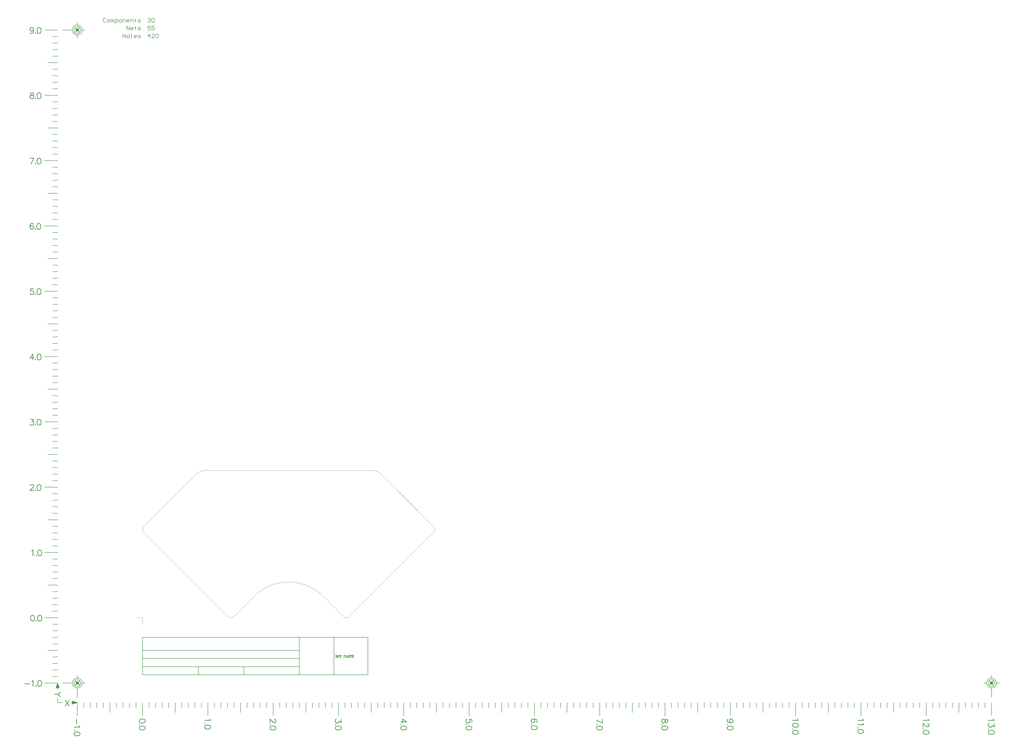
<source format=gbp>
G04 This is an RS-274x file exported by *
G04 gerbv version 2.6A *
G04 More information is available about gerbv at *
G04 http://gerbv.geda-project.org/ *
G04 --End of header info--*
%MOIN*%
%FSLAX34Y34*%
%IPPOS*%
G04 --Define apertures--*
%ADD10C,0.0050*%
%ADD11C,0.0070*%
%ADD12C,0.0090*%
%ADD13C,0.0080*%
%ADD14C,0.0010*%
%ADD15C,0.0100*%
%ADD16C,0.0300*%
G04 --Start main section--*
G54D10*
G01X0029600Y-005750D02*
G01X0029600Y-006100D01*
G01X0029617Y-005750D02*
G01X0029617Y-006100D01*
G01X0029550Y-005750D02*
G01X0029750Y-005750D01*
G01X0029750Y-005750D02*
G01X0029800Y-005767D01*
G01X0029800Y-005767D02*
G01X0029817Y-005783D01*
G01X0029817Y-005783D02*
G01X0029833Y-005817D01*
G01X0029833Y-005817D02*
G01X0029833Y-005850D01*
G01X0029833Y-005850D02*
G01X0029817Y-005883D01*
G01X0029817Y-005883D02*
G01X0029800Y-005900D01*
G01X0029800Y-005900D02*
G01X0029750Y-005917D01*
G01X0029750Y-005750D02*
G01X0029783Y-005767D01*
G01X0029783Y-005767D02*
G01X0029800Y-005783D01*
G01X0029800Y-005783D02*
G01X0029817Y-005817D01*
G01X0029817Y-005817D02*
G01X0029817Y-005850D01*
G01X0029817Y-005850D02*
G01X0029800Y-005883D01*
G01X0029800Y-005883D02*
G01X0029783Y-005900D01*
G01X0029783Y-005900D02*
G01X0029750Y-005917D01*
G01X0029617Y-005917D02*
G01X0029750Y-005917D01*
G01X0029750Y-005917D02*
G01X0029800Y-005933D01*
G01X0029800Y-005933D02*
G01X0029817Y-005950D01*
G01X0029817Y-005950D02*
G01X0029833Y-005983D01*
G01X0029833Y-005983D02*
G01X0029833Y-006033D01*
G01X0029833Y-006033D02*
G01X0029817Y-006067D01*
G01X0029817Y-006067D02*
G01X0029800Y-006083D01*
G01X0029800Y-006083D02*
G01X0029750Y-006100D01*
G01X0029750Y-006100D02*
G01X0029550Y-006100D01*
G01X0029750Y-005917D02*
G01X0029783Y-005933D01*
G01X0029783Y-005933D02*
G01X0029800Y-005950D01*
G01X0029800Y-005950D02*
G01X0029817Y-005983D01*
G01X0029817Y-005983D02*
G01X0029817Y-006033D01*
G01X0029817Y-006033D02*
G01X0029800Y-006067D01*
G01X0029800Y-006067D02*
G01X0029783Y-006083D01*
G01X0029783Y-006083D02*
G01X0029750Y-006100D01*
G01X0029997Y-005750D02*
G01X0029947Y-005767D01*
G01X0029947Y-005767D02*
G01X0029913Y-005800D01*
G01X0029913Y-005800D02*
G01X0029897Y-005833D01*
G01X0029897Y-005833D02*
G01X0029880Y-005900D01*
G01X0029880Y-005900D02*
G01X0029880Y-005950D01*
G01X0029880Y-005950D02*
G01X0029897Y-006017D01*
G01X0029897Y-006017D02*
G01X0029913Y-006050D01*
G01X0029913Y-006050D02*
G01X0029947Y-006083D01*
G01X0029947Y-006083D02*
G01X0029997Y-006100D01*
G01X0029997Y-006100D02*
G01X0030030Y-006100D01*
G01X0030030Y-006100D02*
G01X0030080Y-006083D01*
G01X0030080Y-006083D02*
G01X0030113Y-006050D01*
G01X0030113Y-006050D02*
G01X0030130Y-006017D01*
G01X0030130Y-006017D02*
G01X0030147Y-005950D01*
G01X0030147Y-005950D02*
G01X0030147Y-005900D01*
G01X0030147Y-005900D02*
G01X0030130Y-005833D01*
G01X0030130Y-005833D02*
G01X0030113Y-005800D01*
G01X0030113Y-005800D02*
G01X0030080Y-005767D01*
G01X0030080Y-005767D02*
G01X0030030Y-005750D01*
G01X0030030Y-005750D02*
G01X0029997Y-005750D01*
G01X0029997Y-005750D02*
G01X0029963Y-005767D01*
G01X0029963Y-005767D02*
G01X0029930Y-005800D01*
G01X0029930Y-005800D02*
G01X0029913Y-005833D01*
G01X0029913Y-005833D02*
G01X0029897Y-005900D01*
G01X0029897Y-005900D02*
G01X0029897Y-005950D01*
G01X0029897Y-005950D02*
G01X0029913Y-006017D01*
G01X0029913Y-006017D02*
G01X0029930Y-006050D01*
G01X0029930Y-006050D02*
G01X0029963Y-006083D01*
G01X0029963Y-006083D02*
G01X0029997Y-006100D01*
G01X0030030Y-006100D02*
G01X0030063Y-006083D01*
G01X0030063Y-006083D02*
G01X0030097Y-006050D01*
G01X0030097Y-006050D02*
G01X0030113Y-006017D01*
G01X0030113Y-006017D02*
G01X0030130Y-005950D01*
G01X0030130Y-005950D02*
G01X0030130Y-005900D01*
G01X0030130Y-005900D02*
G01X0030113Y-005833D01*
G01X0030113Y-005833D02*
G01X0030097Y-005800D01*
G01X0030097Y-005800D02*
G01X0030063Y-005767D01*
G01X0030063Y-005767D02*
G01X0030030Y-005750D01*
G01X0030312Y-005750D02*
G01X0030312Y-006100D01*
G01X0030328Y-005750D02*
G01X0030328Y-006100D01*
G01X0030212Y-005750D02*
G01X0030195Y-005850D01*
G01X0030195Y-005850D02*
G01X0030195Y-005750D01*
G01X0030195Y-005750D02*
G01X0030445Y-005750D01*
G01X0030445Y-005750D02*
G01X0030445Y-005850D01*
G01X0030445Y-005850D02*
G01X0030428Y-005750D01*
G01X0030262Y-006100D02*
G01X0030378Y-006100D01*
G01X0030860Y-005750D02*
G01X0030860Y-006100D01*
G01X0030876Y-005750D02*
G01X0030876Y-006100D01*
G01X0030810Y-005750D02*
G01X0031010Y-005750D01*
G01X0031010Y-005750D02*
G01X0031060Y-005767D01*
G01X0031060Y-005767D02*
G01X0031076Y-005783D01*
G01X0031076Y-005783D02*
G01X0031093Y-005817D01*
G01X0031093Y-005817D02*
G01X0031093Y-005867D01*
G01X0031093Y-005867D02*
G01X0031076Y-005900D01*
G01X0031076Y-005900D02*
G01X0031060Y-005917D01*
G01X0031060Y-005917D02*
G01X0031010Y-005933D01*
G01X0031010Y-005933D02*
G01X0030876Y-005933D01*
G01X0031010Y-005750D02*
G01X0031043Y-005767D01*
G01X0031043Y-005767D02*
G01X0031060Y-005783D01*
G01X0031060Y-005783D02*
G01X0031076Y-005817D01*
G01X0031076Y-005817D02*
G01X0031076Y-005867D01*
G01X0031076Y-005867D02*
G01X0031060Y-005900D01*
G01X0031060Y-005900D02*
G01X0031043Y-005917D01*
G01X0031043Y-005917D02*
G01X0031010Y-005933D01*
G01X0030810Y-006100D02*
G01X0030926Y-006100D01*
G01X0031290Y-005750D02*
G01X0031173Y-006100D01*
G01X0031290Y-005750D02*
G01X0031406Y-006100D01*
G01X0031290Y-005800D02*
G01X0031390Y-006100D01*
G01X0031206Y-006000D02*
G01X0031356Y-006000D01*
G01X0031140Y-006100D02*
G01X0031240Y-006100D01*
G01X0031340Y-006100D02*
G01X0031440Y-006100D01*
G01X0031701Y-005800D02*
G01X0031718Y-005750D01*
G01X0031718Y-005750D02*
G01X0031718Y-005850D01*
G01X0031718Y-005850D02*
G01X0031701Y-005800D01*
G01X0031701Y-005800D02*
G01X0031668Y-005767D01*
G01X0031668Y-005767D02*
G01X0031618Y-005750D01*
G01X0031618Y-005750D02*
G01X0031568Y-005750D01*
G01X0031568Y-005750D02*
G01X0031518Y-005767D01*
G01X0031518Y-005767D02*
G01X0031485Y-005800D01*
G01X0031485Y-005800D02*
G01X0031485Y-005833D01*
G01X0031485Y-005833D02*
G01X0031501Y-005867D01*
G01X0031501Y-005867D02*
G01X0031518Y-005883D01*
G01X0031518Y-005883D02*
G01X0031551Y-005900D01*
G01X0031551Y-005900D02*
G01X0031651Y-005933D01*
G01X0031651Y-005933D02*
G01X0031685Y-005950D01*
G01X0031685Y-005950D02*
G01X0031718Y-005983D01*
G01X0031485Y-005833D02*
G01X0031518Y-005867D01*
G01X0031518Y-005867D02*
G01X0031551Y-005883D01*
G01X0031551Y-005883D02*
G01X0031651Y-005917D01*
G01X0031651Y-005917D02*
G01X0031685Y-005933D01*
G01X0031685Y-005933D02*
G01X0031701Y-005950D01*
G01X0031701Y-005950D02*
G01X0031718Y-005983D01*
G01X0031718Y-005983D02*
G01X0031718Y-006050D01*
G01X0031718Y-006050D02*
G01X0031685Y-006083D01*
G01X0031685Y-006083D02*
G01X0031635Y-006100D01*
G01X0031635Y-006100D02*
G01X0031585Y-006100D01*
G01X0031585Y-006100D02*
G01X0031535Y-006083D01*
G01X0031535Y-006083D02*
G01X0031501Y-006050D01*
G01X0031501Y-006050D02*
G01X0031485Y-006000D01*
G01X0031485Y-006000D02*
G01X0031485Y-006100D01*
G01X0031485Y-006100D02*
G01X0031501Y-006050D01*
G01X0031886Y-005750D02*
G01X0031886Y-006100D01*
G01X0031903Y-005750D02*
G01X0031903Y-006100D01*
G01X0031786Y-005750D02*
G01X0031770Y-005850D01*
G01X0031770Y-005850D02*
G01X0031770Y-005750D01*
G01X0031770Y-005750D02*
G01X0032019Y-005750D01*
G01X0032019Y-005750D02*
G01X0032019Y-005850D01*
G01X0032019Y-005850D02*
G01X0032003Y-005750D01*
G01X0031836Y-006100D02*
G01X0031953Y-006100D01*
G01X0032119Y-005750D02*
G01X0032119Y-006100D01*
G01X0032136Y-005750D02*
G01X0032136Y-006100D01*
G01X0032236Y-005850D02*
G01X0032236Y-005983D01*
G01X0032069Y-005750D02*
G01X0032336Y-005750D01*
G01X0032336Y-005750D02*
G01X0032336Y-005850D01*
G01X0032336Y-005850D02*
G01X0032319Y-005750D01*
G01X0032136Y-005917D02*
G01X0032236Y-005917D01*
G01X0032069Y-006100D02*
G01X0032336Y-006100D01*
G01X0032336Y-006100D02*
G01X0032336Y-006000D01*
G01X0032336Y-006000D02*
G01X0032319Y-006100D01*
G01X0000000Y-003000D02*
G01X0034500Y-003000D01*
G01X0015500Y-008750D02*
G01X0015500Y-007500D01*
G01X0008550Y-008750D02*
G01X0008550Y-007500D01*
G01X0034500Y-008750D02*
G01X0034500Y-003000D01*
G01X0029300Y-008750D02*
G01X0029300Y-003000D01*
G01X0000000Y-008750D02*
G01X0000000Y-003000D01*
G01X0000000Y-008750D02*
G01X0034500Y-008750D01*
G01X0007000Y-005000D02*
G01X0024000Y-005000D01*
G01X0000000Y-007500D02*
G01X0024000Y-007500D01*
G01X0024000Y-008750D02*
G01X0024000Y-003000D01*
G01X0000000Y-006250D02*
G01X0024000Y-006250D01*
G01X0000000Y-005000D02*
G01X0007000Y-005000D01*
G54D12*
G01X-010114Y-015500D02*
G01X-010114Y-016271D01*
G01X-009772Y-016537D02*
G01X-009729Y-016623D01*
G01X-009729Y-016623D02*
G01X-009600Y-016751D01*
G01X-009600Y-016751D02*
G01X-010500Y-016751D01*
G01X-010414Y-017240D02*
G01X-010457Y-017197D01*
G01X-010457Y-017197D02*
G01X-010500Y-017240D01*
G01X-010500Y-017240D02*
G01X-010457Y-017282D01*
G01X-010457Y-017282D02*
G01X-010414Y-017240D01*
G01X-009600Y-017737D02*
G01X-009643Y-017608D01*
G01X-009643Y-017608D02*
G01X-009772Y-017522D01*
G01X-009772Y-017522D02*
G01X-009986Y-017480D01*
G01X-009986Y-017480D02*
G01X-010114Y-017480D01*
G01X-010114Y-017480D02*
G01X-010329Y-017522D01*
G01X-010329Y-017522D02*
G01X-010457Y-017608D01*
G01X-010457Y-017608D02*
G01X-010500Y-017737D01*
G01X-010500Y-017737D02*
G01X-010500Y-017822D01*
G01X-010500Y-017822D02*
G01X-010457Y-017951D01*
G01X-010457Y-017951D02*
G01X-010329Y-018037D01*
G01X-010329Y-018037D02*
G01X-010114Y-018079D01*
G01X-010114Y-018079D02*
G01X-009986Y-018079D01*
G01X-009986Y-018079D02*
G01X-009772Y-018037D01*
G01X-009772Y-018037D02*
G01X-009643Y-017951D01*
G01X-009643Y-017951D02*
G01X-009600Y-017822D01*
G01X-009600Y-017822D02*
G01X-009600Y-017737D01*
G01X-018050Y-010113D02*
G01X-017279Y-010113D01*
G01X-017013Y-009770D02*
G01X-016927Y-009727D01*
G01X-016927Y-009727D02*
G01X-016799Y-009599D01*
G01X-016799Y-009599D02*
G01X-016799Y-010498D01*
G01X-016310Y-010413D02*
G01X-016353Y-010456D01*
G01X-016353Y-010456D02*
G01X-016310Y-010498D01*
G01X-016310Y-010498D02*
G01X-016268Y-010456D01*
G01X-016268Y-010456D02*
G01X-016310Y-010413D01*
G01X-015813Y-009599D02*
G01X-015942Y-009641D01*
G01X-015942Y-009641D02*
G01X-016028Y-009770D01*
G01X-016028Y-009770D02*
G01X-016070Y-009984D01*
G01X-016070Y-009984D02*
G01X-016070Y-010113D01*
G01X-016070Y-010113D02*
G01X-016028Y-010327D01*
G01X-016028Y-010327D02*
G01X-015942Y-010456D01*
G01X-015942Y-010456D02*
G01X-015813Y-010498D01*
G01X-015813Y-010498D02*
G01X-015728Y-010498D01*
G01X-015728Y-010498D02*
G01X-015599Y-010456D01*
G01X-015599Y-010456D02*
G01X-015513Y-010327D01*
G01X-015513Y-010327D02*
G01X-015471Y-010113D01*
G01X-015471Y-010113D02*
G01X-015471Y-009984D01*
G01X-015471Y-009984D02*
G01X-015513Y-009770D01*
G01X-015513Y-009770D02*
G01X-015599Y-009641D01*
G01X-015599Y-009641D02*
G01X-015728Y-009599D01*
G01X-015728Y-009599D02*
G01X-015813Y-009599D01*
G01X-016893Y0000401D02*
G01X-017021Y0000359D01*
G01X-017021Y0000359D02*
G01X-017107Y0000230D01*
G01X-017107Y0000230D02*
G01X-017150Y0000016D01*
G01X-017150Y0000016D02*
G01X-017150Y-000113D01*
G01X-017150Y-000113D02*
G01X-017107Y-000327D01*
G01X-017107Y-000327D02*
G01X-017021Y-000456D01*
G01X-017021Y-000456D02*
G01X-016893Y-000498D01*
G01X-016893Y-000498D02*
G01X-016807Y-000498D01*
G01X-016807Y-000498D02*
G01X-016679Y-000456D01*
G01X-016679Y-000456D02*
G01X-016593Y-000327D01*
G01X-016593Y-000327D02*
G01X-016550Y-000113D01*
G01X-016550Y-000113D02*
G01X-016550Y0000016D01*
G01X-016550Y0000016D02*
G01X-016593Y0000230D01*
G01X-016593Y0000230D02*
G01X-016679Y0000359D01*
G01X-016679Y0000359D02*
G01X-016807Y0000401D01*
G01X-016807Y0000401D02*
G01X-016893Y0000401D01*
G01X-016306Y-000413D02*
G01X-016349Y-000456D01*
G01X-016349Y-000456D02*
G01X-016306Y-000498D01*
G01X-016306Y-000498D02*
G01X-016263Y-000456D01*
G01X-016263Y-000456D02*
G01X-016306Y-000413D01*
G01X-015809Y0000401D02*
G01X-015937Y0000359D01*
G01X-015937Y0000359D02*
G01X-016023Y0000230D01*
G01X-016023Y0000230D02*
G01X-016066Y0000016D01*
G01X-016066Y0000016D02*
G01X-016066Y-000113D01*
G01X-016066Y-000113D02*
G01X-016023Y-000327D01*
G01X-016023Y-000327D02*
G01X-015937Y-000456D01*
G01X-015937Y-000456D02*
G01X-015809Y-000498D01*
G01X-015809Y-000498D02*
G01X-015723Y-000498D01*
G01X-015723Y-000498D02*
G01X-015595Y-000456D01*
G01X-015595Y-000456D02*
G01X-015509Y-000327D01*
G01X-015509Y-000327D02*
G01X-015466Y-000113D01*
G01X-015466Y-000113D02*
G01X-015466Y0000016D01*
G01X-015466Y0000016D02*
G01X-015509Y0000230D01*
G01X-015509Y0000230D02*
G01X-015595Y0000359D01*
G01X-015595Y0000359D02*
G01X-015723Y0000401D01*
G01X-015723Y0000401D02*
G01X-015809Y0000401D01*
G01X0000400Y-015757D02*
G01X0000357Y-015629D01*
G01X0000357Y-015629D02*
G01X0000228Y-015543D01*
G01X0000228Y-015543D02*
G01X0000014Y-015500D01*
G01X0000014Y-015500D02*
G01X-000114Y-015500D01*
G01X-000114Y-015500D02*
G01X-000329Y-015543D01*
G01X-000329Y-015543D02*
G01X-000457Y-015629D01*
G01X-000457Y-015629D02*
G01X-000500Y-015757D01*
G01X-000500Y-015757D02*
G01X-000500Y-015843D01*
G01X-000500Y-015843D02*
G01X-000457Y-015971D01*
G01X-000457Y-015971D02*
G01X-000329Y-016057D01*
G01X-000329Y-016057D02*
G01X-000114Y-016100D01*
G01X-000114Y-016100D02*
G01X0000014Y-016100D01*
G01X0000014Y-016100D02*
G01X0000228Y-016057D01*
G01X0000228Y-016057D02*
G01X0000357Y-015971D01*
G01X0000357Y-015971D02*
G01X0000400Y-015843D01*
G01X0000400Y-015843D02*
G01X0000400Y-015757D01*
G01X-000414Y-016344D02*
G01X-000457Y-016301D01*
G01X-000457Y-016301D02*
G01X-000500Y-016344D01*
G01X-000500Y-016344D02*
G01X-000457Y-016387D01*
G01X-000457Y-016387D02*
G01X-000414Y-016344D01*
G01X0000400Y-016841D02*
G01X0000357Y-016713D01*
G01X0000357Y-016713D02*
G01X0000228Y-016627D01*
G01X0000228Y-016627D02*
G01X0000014Y-016584D01*
G01X0000014Y-016584D02*
G01X-000114Y-016584D01*
G01X-000114Y-016584D02*
G01X-000329Y-016627D01*
G01X-000329Y-016627D02*
G01X-000457Y-016713D01*
G01X-000457Y-016713D02*
G01X-000500Y-016841D01*
G01X-000500Y-016841D02*
G01X-000500Y-016927D01*
G01X-000500Y-016927D02*
G01X-000457Y-017055D01*
G01X-000457Y-017055D02*
G01X-000329Y-017141D01*
G01X-000329Y-017141D02*
G01X-000114Y-017184D01*
G01X-000114Y-017184D02*
G01X0000014Y-017184D01*
G01X0000014Y-017184D02*
G01X0000228Y-017141D01*
G01X0000228Y-017141D02*
G01X0000357Y-017055D01*
G01X0000357Y-017055D02*
G01X0000400Y-016927D01*
G01X0000400Y-016927D02*
G01X0000400Y-016841D01*
G01X0130228Y-015500D02*
G01X0130271Y-015586D01*
G01X0130271Y-015586D02*
G01X0130400Y-015714D01*
G01X0130400Y-015714D02*
G01X0129500Y-015714D01*
G01X0130400Y-016246D02*
G01X0130400Y-016717D01*
G01X0130400Y-016717D02*
G01X0130057Y-016460D01*
G01X0130057Y-016460D02*
G01X0130057Y-016588D01*
G01X0130057Y-016588D02*
G01X0130014Y-016674D01*
G01X0130014Y-016674D02*
G01X0129971Y-016717D01*
G01X0129971Y-016717D02*
G01X0129843Y-016760D01*
G01X0129843Y-016760D02*
G01X0129757Y-016760D01*
G01X0129757Y-016760D02*
G01X0129629Y-016717D01*
G01X0129629Y-016717D02*
G01X0129543Y-016631D01*
G01X0129543Y-016631D02*
G01X0129500Y-016503D01*
G01X0129500Y-016503D02*
G01X0129500Y-016374D01*
G01X0129500Y-016374D02*
G01X0129543Y-016246D01*
G01X0129543Y-016246D02*
G01X0129586Y-016203D01*
G01X0129586Y-016203D02*
G01X0129671Y-016160D01*
G01X0129586Y-017004D02*
G01X0129543Y-016961D01*
G01X0129543Y-016961D02*
G01X0129500Y-017004D01*
G01X0129500Y-017004D02*
G01X0129543Y-017047D01*
G01X0129543Y-017047D02*
G01X0129586Y-017004D01*
G01X0130400Y-017501D02*
G01X0130357Y-017372D01*
G01X0130357Y-017372D02*
G01X0130228Y-017287D01*
G01X0130228Y-017287D02*
G01X0130014Y-017244D01*
G01X0130014Y-017244D02*
G01X0129886Y-017244D01*
G01X0129886Y-017244D02*
G01X0129671Y-017287D01*
G01X0129671Y-017287D02*
G01X0129543Y-017372D01*
G01X0129543Y-017372D02*
G01X0129500Y-017501D01*
G01X0129500Y-017501D02*
G01X0129500Y-017587D01*
G01X0129500Y-017587D02*
G01X0129543Y-017715D01*
G01X0129543Y-017715D02*
G01X0129671Y-017801D01*
G01X0129671Y-017801D02*
G01X0129886Y-017844D01*
G01X0129886Y-017844D02*
G01X0130014Y-017844D01*
G01X0130014Y-017844D02*
G01X0130228Y-017801D01*
G01X0130228Y-017801D02*
G01X0130357Y-017715D01*
G01X0130357Y-017715D02*
G01X0130400Y-017587D01*
G01X0130400Y-017587D02*
G01X0130400Y-017501D01*
G01X0120228Y-015500D02*
G01X0120271Y-015586D01*
G01X0120271Y-015586D02*
G01X0120400Y-015714D01*
G01X0120400Y-015714D02*
G01X0119500Y-015714D01*
G01X0120186Y-016203D02*
G01X0120228Y-016203D01*
G01X0120228Y-016203D02*
G01X0120314Y-016246D01*
G01X0120314Y-016246D02*
G01X0120357Y-016288D01*
G01X0120357Y-016288D02*
G01X0120400Y-016374D01*
G01X0120400Y-016374D02*
G01X0120400Y-016545D01*
G01X0120400Y-016545D02*
G01X0120357Y-016631D01*
G01X0120357Y-016631D02*
G01X0120314Y-016674D01*
G01X0120314Y-016674D02*
G01X0120228Y-016717D01*
G01X0120228Y-016717D02*
G01X0120143Y-016717D01*
G01X0120143Y-016717D02*
G01X0120057Y-016674D01*
G01X0120057Y-016674D02*
G01X0119928Y-016588D01*
G01X0119928Y-016588D02*
G01X0119500Y-016160D01*
G01X0119500Y-016160D02*
G01X0119500Y-016760D01*
G01X0119586Y-017004D02*
G01X0119543Y-016961D01*
G01X0119543Y-016961D02*
G01X0119500Y-017004D01*
G01X0119500Y-017004D02*
G01X0119543Y-017047D01*
G01X0119543Y-017047D02*
G01X0119586Y-017004D01*
G01X0120400Y-017501D02*
G01X0120357Y-017372D01*
G01X0120357Y-017372D02*
G01X0120228Y-017287D01*
G01X0120228Y-017287D02*
G01X0120014Y-017244D01*
G01X0120014Y-017244D02*
G01X0119886Y-017244D01*
G01X0119886Y-017244D02*
G01X0119671Y-017287D01*
G01X0119671Y-017287D02*
G01X0119543Y-017372D01*
G01X0119543Y-017372D02*
G01X0119500Y-017501D01*
G01X0119500Y-017501D02*
G01X0119500Y-017587D01*
G01X0119500Y-017587D02*
G01X0119543Y-017715D01*
G01X0119543Y-017715D02*
G01X0119671Y-017801D01*
G01X0119671Y-017801D02*
G01X0119886Y-017844D01*
G01X0119886Y-017844D02*
G01X0120014Y-017844D01*
G01X0120014Y-017844D02*
G01X0120228Y-017801D01*
G01X0120228Y-017801D02*
G01X0120357Y-017715D01*
G01X0120357Y-017715D02*
G01X0120400Y-017587D01*
G01X0120400Y-017587D02*
G01X0120400Y-017501D01*
G01X0110228Y-015500D02*
G01X0110271Y-015586D01*
G01X0110271Y-015586D02*
G01X0110400Y-015714D01*
G01X0110400Y-015714D02*
G01X0109500Y-015714D01*
G01X0110228Y-016160D02*
G01X0110271Y-016246D01*
G01X0110271Y-016246D02*
G01X0110400Y-016374D01*
G01X0110400Y-016374D02*
G01X0109500Y-016374D01*
G01X0109586Y-016863D02*
G01X0109543Y-016820D01*
G01X0109543Y-016820D02*
G01X0109500Y-016863D01*
G01X0109500Y-016863D02*
G01X0109543Y-016905D01*
G01X0109543Y-016905D02*
G01X0109586Y-016863D01*
G01X0110400Y-017360D02*
G01X0110357Y-017231D01*
G01X0110357Y-017231D02*
G01X0110228Y-017145D01*
G01X0110228Y-017145D02*
G01X0110014Y-017103D01*
G01X0110014Y-017103D02*
G01X0109886Y-017103D01*
G01X0109886Y-017103D02*
G01X0109671Y-017145D01*
G01X0109671Y-017145D02*
G01X0109543Y-017231D01*
G01X0109543Y-017231D02*
G01X0109500Y-017360D01*
G01X0109500Y-017360D02*
G01X0109500Y-017445D01*
G01X0109500Y-017445D02*
G01X0109543Y-017574D01*
G01X0109543Y-017574D02*
G01X0109671Y-017660D01*
G01X0109671Y-017660D02*
G01X0109886Y-017702D01*
G01X0109886Y-017702D02*
G01X0110014Y-017702D01*
G01X0110014Y-017702D02*
G01X0110228Y-017660D01*
G01X0110228Y-017660D02*
G01X0110357Y-017574D01*
G01X0110357Y-017574D02*
G01X0110400Y-017445D01*
G01X0110400Y-017445D02*
G01X0110400Y-017360D01*
G01X0100228Y-015500D02*
G01X0100271Y-015586D01*
G01X0100271Y-015586D02*
G01X0100400Y-015714D01*
G01X0100400Y-015714D02*
G01X0099500Y-015714D01*
G01X0100400Y-016417D02*
G01X0100357Y-016288D01*
G01X0100357Y-016288D02*
G01X0100228Y-016203D01*
G01X0100228Y-016203D02*
G01X0100014Y-016160D01*
G01X0100014Y-016160D02*
G01X0099886Y-016160D01*
G01X0099886Y-016160D02*
G01X0099671Y-016203D01*
G01X0099671Y-016203D02*
G01X0099543Y-016288D01*
G01X0099543Y-016288D02*
G01X0099500Y-016417D01*
G01X0099500Y-016417D02*
G01X0099500Y-016503D01*
G01X0099500Y-016503D02*
G01X0099543Y-016631D01*
G01X0099543Y-016631D02*
G01X0099671Y-016717D01*
G01X0099671Y-016717D02*
G01X0099886Y-016760D01*
G01X0099886Y-016760D02*
G01X0100014Y-016760D01*
G01X0100014Y-016760D02*
G01X0100228Y-016717D01*
G01X0100228Y-016717D02*
G01X0100357Y-016631D01*
G01X0100357Y-016631D02*
G01X0100400Y-016503D01*
G01X0100400Y-016503D02*
G01X0100400Y-016417D01*
G01X0099586Y-017004D02*
G01X0099543Y-016961D01*
G01X0099543Y-016961D02*
G01X0099500Y-017004D01*
G01X0099500Y-017004D02*
G01X0099543Y-017047D01*
G01X0099543Y-017047D02*
G01X0099586Y-017004D01*
G01X0100400Y-017501D02*
G01X0100357Y-017372D01*
G01X0100357Y-017372D02*
G01X0100228Y-017287D01*
G01X0100228Y-017287D02*
G01X0100014Y-017244D01*
G01X0100014Y-017244D02*
G01X0099886Y-017244D01*
G01X0099886Y-017244D02*
G01X0099671Y-017287D01*
G01X0099671Y-017287D02*
G01X0099543Y-017372D01*
G01X0099543Y-017372D02*
G01X0099500Y-017501D01*
G01X0099500Y-017501D02*
G01X0099500Y-017587D01*
G01X0099500Y-017587D02*
G01X0099543Y-017715D01*
G01X0099543Y-017715D02*
G01X0099671Y-017801D01*
G01X0099671Y-017801D02*
G01X0099886Y-017844D01*
G01X0099886Y-017844D02*
G01X0100014Y-017844D01*
G01X0100014Y-017844D02*
G01X0100228Y-017801D01*
G01X0100228Y-017801D02*
G01X0100357Y-017715D01*
G01X0100357Y-017715D02*
G01X0100400Y-017587D01*
G01X0100400Y-017587D02*
G01X0100400Y-017501D01*
G01X-016693Y0090100D02*
G01X-016736Y0089971D01*
G01X-016736Y0089971D02*
G01X-016822Y0089886D01*
G01X-016822Y0089886D02*
G01X-016950Y0089843D01*
G01X-016950Y0089843D02*
G01X-016993Y0089843D01*
G01X-016993Y0089843D02*
G01X-017121Y0089886D01*
G01X-017121Y0089886D02*
G01X-017207Y0089971D01*
G01X-017207Y0089971D02*
G01X-017250Y0090100D01*
G01X-017250Y0090100D02*
G01X-017250Y0090143D01*
G01X-017250Y0090143D02*
G01X-017207Y0090271D01*
G01X-017207Y0090271D02*
G01X-017121Y0090357D01*
G01X-017121Y0090357D02*
G01X-016993Y0090400D01*
G01X-016993Y0090400D02*
G01X-016950Y0090400D01*
G01X-016950Y0090400D02*
G01X-016822Y0090357D01*
G01X-016822Y0090357D02*
G01X-016736Y0090271D01*
G01X-016736Y0090271D02*
G01X-016693Y0090100D01*
G01X-016693Y0090100D02*
G01X-016693Y0089886D01*
G01X-016693Y0089886D02*
G01X-016736Y0089671D01*
G01X-016736Y0089671D02*
G01X-016822Y0089543D01*
G01X-016822Y0089543D02*
G01X-016950Y0089500D01*
G01X-016950Y0089500D02*
G01X-017036Y0089500D01*
G01X-017036Y0089500D02*
G01X-017164Y0089543D01*
G01X-017164Y0089543D02*
G01X-017207Y0089629D01*
G01X-016406Y0089586D02*
G01X-016449Y0089543D01*
G01X-016449Y0089543D02*
G01X-016406Y0089500D01*
G01X-016406Y0089500D02*
G01X-016363Y0089543D01*
G01X-016363Y0089543D02*
G01X-016406Y0089586D01*
G01X-015909Y0090400D02*
G01X-016037Y0090357D01*
G01X-016037Y0090357D02*
G01X-016123Y0090228D01*
G01X-016123Y0090228D02*
G01X-016166Y0090014D01*
G01X-016166Y0090014D02*
G01X-016166Y0089886D01*
G01X-016166Y0089886D02*
G01X-016123Y0089671D01*
G01X-016123Y0089671D02*
G01X-016037Y0089543D01*
G01X-016037Y0089543D02*
G01X-015909Y0089500D01*
G01X-015909Y0089500D02*
G01X-015823Y0089500D01*
G01X-015823Y0089500D02*
G01X-015695Y0089543D01*
G01X-015695Y0089543D02*
G01X-015609Y0089671D01*
G01X-015609Y0089671D02*
G01X-015566Y0089886D01*
G01X-015566Y0089886D02*
G01X-015566Y0090014D01*
G01X-015566Y0090014D02*
G01X-015609Y0090228D01*
G01X-015609Y0090228D02*
G01X-015695Y0090357D01*
G01X-015695Y0090357D02*
G01X-015823Y0090400D01*
G01X-015823Y0090400D02*
G01X-015909Y0090400D01*
G01X-017036Y0080400D02*
G01X-017164Y0080357D01*
G01X-017164Y0080357D02*
G01X-017207Y0080271D01*
G01X-017207Y0080271D02*
G01X-017207Y0080186D01*
G01X-017207Y0080186D02*
G01X-017164Y0080100D01*
G01X-017164Y0080100D02*
G01X-017079Y0080057D01*
G01X-017079Y0080057D02*
G01X-016907Y0080014D01*
G01X-016907Y0080014D02*
G01X-016779Y0079971D01*
G01X-016779Y0079971D02*
G01X-016693Y0079886D01*
G01X-016693Y0079886D02*
G01X-016650Y0079800D01*
G01X-016650Y0079800D02*
G01X-016650Y0079671D01*
G01X-016650Y0079671D02*
G01X-016693Y0079586D01*
G01X-016693Y0079586D02*
G01X-016736Y0079543D01*
G01X-016736Y0079543D02*
G01X-016864Y0079500D01*
G01X-016864Y0079500D02*
G01X-017036Y0079500D01*
G01X-017036Y0079500D02*
G01X-017164Y0079543D01*
G01X-017164Y0079543D02*
G01X-017207Y0079586D01*
G01X-017207Y0079586D02*
G01X-017250Y0079671D01*
G01X-017250Y0079671D02*
G01X-017250Y0079800D01*
G01X-017250Y0079800D02*
G01X-017207Y0079886D01*
G01X-017207Y0079886D02*
G01X-017121Y0079971D01*
G01X-017121Y0079971D02*
G01X-016993Y0080014D01*
G01X-016993Y0080014D02*
G01X-016822Y0080057D01*
G01X-016822Y0080057D02*
G01X-016736Y0080100D01*
G01X-016736Y0080100D02*
G01X-016693Y0080186D01*
G01X-016693Y0080186D02*
G01X-016693Y0080271D01*
G01X-016693Y0080271D02*
G01X-016736Y0080357D01*
G01X-016736Y0080357D02*
G01X-016864Y0080400D01*
G01X-016864Y0080400D02*
G01X-017036Y0080400D01*
G01X-016406Y0079586D02*
G01X-016449Y0079543D01*
G01X-016449Y0079543D02*
G01X-016406Y0079500D01*
G01X-016406Y0079500D02*
G01X-016363Y0079543D01*
G01X-016363Y0079543D02*
G01X-016406Y0079586D01*
G01X-015909Y0080400D02*
G01X-016037Y0080357D01*
G01X-016037Y0080357D02*
G01X-016123Y0080228D01*
G01X-016123Y0080228D02*
G01X-016166Y0080014D01*
G01X-016166Y0080014D02*
G01X-016166Y0079886D01*
G01X-016166Y0079886D02*
G01X-016123Y0079671D01*
G01X-016123Y0079671D02*
G01X-016037Y0079543D01*
G01X-016037Y0079543D02*
G01X-015909Y0079500D01*
G01X-015909Y0079500D02*
G01X-015823Y0079500D01*
G01X-015823Y0079500D02*
G01X-015695Y0079543D01*
G01X-015695Y0079543D02*
G01X-015609Y0079671D01*
G01X-015609Y0079671D02*
G01X-015566Y0079886D01*
G01X-015566Y0079886D02*
G01X-015566Y0080014D01*
G01X-015566Y0080014D02*
G01X-015609Y0080228D01*
G01X-015609Y0080228D02*
G01X-015695Y0080357D01*
G01X-015695Y0080357D02*
G01X-015823Y0080400D01*
G01X-015823Y0080400D02*
G01X-015909Y0080400D01*
G01X-016650Y0070400D02*
G01X-017079Y0069500D01*
G01X-017250Y0070400D02*
G01X-016650Y0070400D01*
G01X-016406Y0069586D02*
G01X-016449Y0069543D01*
G01X-016449Y0069543D02*
G01X-016406Y0069500D01*
G01X-016406Y0069500D02*
G01X-016363Y0069543D01*
G01X-016363Y0069543D02*
G01X-016406Y0069586D01*
G01X-015909Y0070400D02*
G01X-016037Y0070357D01*
G01X-016037Y0070357D02*
G01X-016123Y0070228D01*
G01X-016123Y0070228D02*
G01X-016166Y0070014D01*
G01X-016166Y0070014D02*
G01X-016166Y0069886D01*
G01X-016166Y0069886D02*
G01X-016123Y0069671D01*
G01X-016123Y0069671D02*
G01X-016037Y0069543D01*
G01X-016037Y0069543D02*
G01X-015909Y0069500D01*
G01X-015909Y0069500D02*
G01X-015823Y0069500D01*
G01X-015823Y0069500D02*
G01X-015695Y0069543D01*
G01X-015695Y0069543D02*
G01X-015609Y0069671D01*
G01X-015609Y0069671D02*
G01X-015566Y0069886D01*
G01X-015566Y0069886D02*
G01X-015566Y0070014D01*
G01X-015566Y0070014D02*
G01X-015609Y0070228D01*
G01X-015609Y0070228D02*
G01X-015695Y0070357D01*
G01X-015695Y0070357D02*
G01X-015823Y0070400D01*
G01X-015823Y0070400D02*
G01X-015909Y0070400D01*
G01X0090100Y-016057D02*
G01X0089971Y-016014D01*
G01X0089971Y-016014D02*
G01X0089886Y-015928D01*
G01X0089886Y-015928D02*
G01X0089843Y-015800D01*
G01X0089843Y-015800D02*
G01X0089843Y-015757D01*
G01X0089843Y-015757D02*
G01X0089886Y-015629D01*
G01X0089886Y-015629D02*
G01X0089971Y-015543D01*
G01X0089971Y-015543D02*
G01X0090100Y-015500D01*
G01X0090100Y-015500D02*
G01X0090143Y-015500D01*
G01X0090143Y-015500D02*
G01X0090271Y-015543D01*
G01X0090271Y-015543D02*
G01X0090357Y-015629D01*
G01X0090357Y-015629D02*
G01X0090400Y-015757D01*
G01X0090400Y-015757D02*
G01X0090400Y-015800D01*
G01X0090400Y-015800D02*
G01X0090357Y-015928D01*
G01X0090357Y-015928D02*
G01X0090271Y-016014D01*
G01X0090271Y-016014D02*
G01X0090100Y-016057D01*
G01X0090100Y-016057D02*
G01X0089886Y-016057D01*
G01X0089886Y-016057D02*
G01X0089671Y-016014D01*
G01X0089671Y-016014D02*
G01X0089543Y-015928D01*
G01X0089543Y-015928D02*
G01X0089500Y-015800D01*
G01X0089500Y-015800D02*
G01X0089500Y-015714D01*
G01X0089500Y-015714D02*
G01X0089543Y-015586D01*
G01X0089543Y-015586D02*
G01X0089629Y-015543D01*
G01X0089586Y-016344D02*
G01X0089543Y-016301D01*
G01X0089543Y-016301D02*
G01X0089500Y-016344D01*
G01X0089500Y-016344D02*
G01X0089543Y-016387D01*
G01X0089543Y-016387D02*
G01X0089586Y-016344D01*
G01X0090400Y-016841D02*
G01X0090357Y-016713D01*
G01X0090357Y-016713D02*
G01X0090228Y-016627D01*
G01X0090228Y-016627D02*
G01X0090014Y-016584D01*
G01X0090014Y-016584D02*
G01X0089886Y-016584D01*
G01X0089886Y-016584D02*
G01X0089671Y-016627D01*
G01X0089671Y-016627D02*
G01X0089543Y-016713D01*
G01X0089543Y-016713D02*
G01X0089500Y-016841D01*
G01X0089500Y-016841D02*
G01X0089500Y-016927D01*
G01X0089500Y-016927D02*
G01X0089543Y-017055D01*
G01X0089543Y-017055D02*
G01X0089671Y-017141D01*
G01X0089671Y-017141D02*
G01X0089886Y-017184D01*
G01X0089886Y-017184D02*
G01X0090014Y-017184D01*
G01X0090014Y-017184D02*
G01X0090228Y-017141D01*
G01X0090228Y-017141D02*
G01X0090357Y-017055D01*
G01X0090357Y-017055D02*
G01X0090400Y-016927D01*
G01X0090400Y-016927D02*
G01X0090400Y-016841D01*
G01X0080400Y-015714D02*
G01X0080357Y-015586D01*
G01X0080357Y-015586D02*
G01X0080271Y-015543D01*
G01X0080271Y-015543D02*
G01X0080186Y-015543D01*
G01X0080186Y-015543D02*
G01X0080100Y-015586D01*
G01X0080100Y-015586D02*
G01X0080057Y-015671D01*
G01X0080057Y-015671D02*
G01X0080014Y-015843D01*
G01X0080014Y-015843D02*
G01X0079971Y-015971D01*
G01X0079971Y-015971D02*
G01X0079886Y-016057D01*
G01X0079886Y-016057D02*
G01X0079800Y-016100D01*
G01X0079800Y-016100D02*
G01X0079671Y-016100D01*
G01X0079671Y-016100D02*
G01X0079586Y-016057D01*
G01X0079586Y-016057D02*
G01X0079543Y-016014D01*
G01X0079543Y-016014D02*
G01X0079500Y-015886D01*
G01X0079500Y-015886D02*
G01X0079500Y-015714D01*
G01X0079500Y-015714D02*
G01X0079543Y-015586D01*
G01X0079543Y-015586D02*
G01X0079586Y-015543D01*
G01X0079586Y-015543D02*
G01X0079671Y-015500D01*
G01X0079671Y-015500D02*
G01X0079800Y-015500D01*
G01X0079800Y-015500D02*
G01X0079886Y-015543D01*
G01X0079886Y-015543D02*
G01X0079971Y-015629D01*
G01X0079971Y-015629D02*
G01X0080014Y-015757D01*
G01X0080014Y-015757D02*
G01X0080057Y-015928D01*
G01X0080057Y-015928D02*
G01X0080100Y-016014D01*
G01X0080100Y-016014D02*
G01X0080186Y-016057D01*
G01X0080186Y-016057D02*
G01X0080271Y-016057D01*
G01X0080271Y-016057D02*
G01X0080357Y-016014D01*
G01X0080357Y-016014D02*
G01X0080400Y-015886D01*
G01X0080400Y-015886D02*
G01X0080400Y-015714D01*
G01X0079586Y-016344D02*
G01X0079543Y-016301D01*
G01X0079543Y-016301D02*
G01X0079500Y-016344D01*
G01X0079500Y-016344D02*
G01X0079543Y-016387D01*
G01X0079543Y-016387D02*
G01X0079586Y-016344D01*
G01X0080400Y-016841D02*
G01X0080357Y-016713D01*
G01X0080357Y-016713D02*
G01X0080228Y-016627D01*
G01X0080228Y-016627D02*
G01X0080014Y-016584D01*
G01X0080014Y-016584D02*
G01X0079886Y-016584D01*
G01X0079886Y-016584D02*
G01X0079671Y-016627D01*
G01X0079671Y-016627D02*
G01X0079543Y-016713D01*
G01X0079543Y-016713D02*
G01X0079500Y-016841D01*
G01X0079500Y-016841D02*
G01X0079500Y-016927D01*
G01X0079500Y-016927D02*
G01X0079543Y-017055D01*
G01X0079543Y-017055D02*
G01X0079671Y-017141D01*
G01X0079671Y-017141D02*
G01X0079886Y-017184D01*
G01X0079886Y-017184D02*
G01X0080014Y-017184D01*
G01X0080014Y-017184D02*
G01X0080228Y-017141D01*
G01X0080228Y-017141D02*
G01X0080357Y-017055D01*
G01X0080357Y-017055D02*
G01X0080400Y-016927D01*
G01X0080400Y-016927D02*
G01X0080400Y-016841D01*
G01X0070400Y-016100D02*
G01X0069500Y-015671D01*
G01X0070400Y-015500D02*
G01X0070400Y-016100D01*
G01X0069586Y-016344D02*
G01X0069543Y-016301D01*
G01X0069543Y-016301D02*
G01X0069500Y-016344D01*
G01X0069500Y-016344D02*
G01X0069543Y-016387D01*
G01X0069543Y-016387D02*
G01X0069586Y-016344D01*
G01X0070400Y-016841D02*
G01X0070357Y-016713D01*
G01X0070357Y-016713D02*
G01X0070228Y-016627D01*
G01X0070228Y-016627D02*
G01X0070014Y-016584D01*
G01X0070014Y-016584D02*
G01X0069886Y-016584D01*
G01X0069886Y-016584D02*
G01X0069671Y-016627D01*
G01X0069671Y-016627D02*
G01X0069543Y-016713D01*
G01X0069543Y-016713D02*
G01X0069500Y-016841D01*
G01X0069500Y-016841D02*
G01X0069500Y-016927D01*
G01X0069500Y-016927D02*
G01X0069543Y-017055D01*
G01X0069543Y-017055D02*
G01X0069671Y-017141D01*
G01X0069671Y-017141D02*
G01X0069886Y-017184D01*
G01X0069886Y-017184D02*
G01X0070014Y-017184D01*
G01X0070014Y-017184D02*
G01X0070228Y-017141D01*
G01X0070228Y-017141D02*
G01X0070357Y-017055D01*
G01X0070357Y-017055D02*
G01X0070400Y-016927D01*
G01X0070400Y-016927D02*
G01X0070400Y-016841D01*
G01X-012600Y-011375D02*
G01X-013029Y-011718D01*
G01X-013029Y-011718D02*
G01X-013500Y-011718D01*
G01X-012600Y-012061D02*
G01X-013029Y-011718D01*
G01X-011875Y-012600D02*
G01X-011275Y-013500D01*
G01X-011275Y-012600D02*
G01X-011875Y-013500D01*
G01X0050400Y-016014D02*
G01X0050400Y-015586D01*
G01X0050400Y-015586D02*
G01X0050014Y-015543D01*
G01X0050014Y-015543D02*
G01X0050057Y-015586D01*
G01X0050057Y-015586D02*
G01X0050100Y-015714D01*
G01X0050100Y-015714D02*
G01X0050100Y-015843D01*
G01X0050100Y-015843D02*
G01X0050057Y-015971D01*
G01X0050057Y-015971D02*
G01X0049971Y-016057D01*
G01X0049971Y-016057D02*
G01X0049843Y-016100D01*
G01X0049843Y-016100D02*
G01X0049757Y-016100D01*
G01X0049757Y-016100D02*
G01X0049629Y-016057D01*
G01X0049629Y-016057D02*
G01X0049543Y-015971D01*
G01X0049543Y-015971D02*
G01X0049500Y-015843D01*
G01X0049500Y-015843D02*
G01X0049500Y-015714D01*
G01X0049500Y-015714D02*
G01X0049543Y-015586D01*
G01X0049543Y-015586D02*
G01X0049586Y-015543D01*
G01X0049586Y-015543D02*
G01X0049671Y-015500D01*
G01X0049586Y-016344D02*
G01X0049543Y-016301D01*
G01X0049543Y-016301D02*
G01X0049500Y-016344D01*
G01X0049500Y-016344D02*
G01X0049543Y-016387D01*
G01X0049543Y-016387D02*
G01X0049586Y-016344D01*
G01X0050400Y-016841D02*
G01X0050357Y-016713D01*
G01X0050357Y-016713D02*
G01X0050228Y-016627D01*
G01X0050228Y-016627D02*
G01X0050014Y-016584D01*
G01X0050014Y-016584D02*
G01X0049886Y-016584D01*
G01X0049886Y-016584D02*
G01X0049671Y-016627D01*
G01X0049671Y-016627D02*
G01X0049543Y-016713D01*
G01X0049543Y-016713D02*
G01X0049500Y-016841D01*
G01X0049500Y-016841D02*
G01X0049500Y-016927D01*
G01X0049500Y-016927D02*
G01X0049543Y-017055D01*
G01X0049543Y-017055D02*
G01X0049671Y-017141D01*
G01X0049671Y-017141D02*
G01X0049886Y-017184D01*
G01X0049886Y-017184D02*
G01X0050014Y-017184D01*
G01X0050014Y-017184D02*
G01X0050228Y-017141D01*
G01X0050228Y-017141D02*
G01X0050357Y-017055D01*
G01X0050357Y-017055D02*
G01X0050400Y-016927D01*
G01X0050400Y-016927D02*
G01X0050400Y-016841D01*
G01X0030400Y-015586D02*
G01X0030400Y-016057D01*
G01X0030400Y-016057D02*
G01X0030057Y-015800D01*
G01X0030057Y-015800D02*
G01X0030057Y-015928D01*
G01X0030057Y-015928D02*
G01X0030014Y-016014D01*
G01X0030014Y-016014D02*
G01X0029971Y-016057D01*
G01X0029971Y-016057D02*
G01X0029843Y-016100D01*
G01X0029843Y-016100D02*
G01X0029757Y-016100D01*
G01X0029757Y-016100D02*
G01X0029629Y-016057D01*
G01X0029629Y-016057D02*
G01X0029543Y-015971D01*
G01X0029543Y-015971D02*
G01X0029500Y-015843D01*
G01X0029500Y-015843D02*
G01X0029500Y-015714D01*
G01X0029500Y-015714D02*
G01X0029543Y-015586D01*
G01X0029543Y-015586D02*
G01X0029586Y-015543D01*
G01X0029586Y-015543D02*
G01X0029671Y-015500D01*
G01X0029586Y-016344D02*
G01X0029543Y-016301D01*
G01X0029543Y-016301D02*
G01X0029500Y-016344D01*
G01X0029500Y-016344D02*
G01X0029543Y-016387D01*
G01X0029543Y-016387D02*
G01X0029586Y-016344D01*
G01X0030400Y-016841D02*
G01X0030357Y-016713D01*
G01X0030357Y-016713D02*
G01X0030228Y-016627D01*
G01X0030228Y-016627D02*
G01X0030014Y-016584D01*
G01X0030014Y-016584D02*
G01X0029886Y-016584D01*
G01X0029886Y-016584D02*
G01X0029671Y-016627D01*
G01X0029671Y-016627D02*
G01X0029543Y-016713D01*
G01X0029543Y-016713D02*
G01X0029500Y-016841D01*
G01X0029500Y-016841D02*
G01X0029500Y-016927D01*
G01X0029500Y-016927D02*
G01X0029543Y-017055D01*
G01X0029543Y-017055D02*
G01X0029671Y-017141D01*
G01X0029671Y-017141D02*
G01X0029886Y-017184D01*
G01X0029886Y-017184D02*
G01X0030014Y-017184D01*
G01X0030014Y-017184D02*
G01X0030228Y-017141D01*
G01X0030228Y-017141D02*
G01X0030357Y-017055D01*
G01X0030357Y-017055D02*
G01X0030400Y-016927D01*
G01X0030400Y-016927D02*
G01X0030400Y-016841D01*
G01X0010228Y-015500D02*
G01X0010271Y-015586D01*
G01X0010271Y-015586D02*
G01X0010400Y-015714D01*
G01X0010400Y-015714D02*
G01X0009500Y-015714D01*
G01X0009586Y-016203D02*
G01X0009543Y-016160D01*
G01X0009543Y-016160D02*
G01X0009500Y-016203D01*
G01X0009500Y-016203D02*
G01X0009543Y-016246D01*
G01X0009543Y-016246D02*
G01X0009586Y-016203D01*
G01X0010400Y-016700D02*
G01X0010357Y-016571D01*
G01X0010357Y-016571D02*
G01X0010228Y-016486D01*
G01X0010228Y-016486D02*
G01X0010014Y-016443D01*
G01X0010014Y-016443D02*
G01X0009886Y-016443D01*
G01X0009886Y-016443D02*
G01X0009671Y-016486D01*
G01X0009671Y-016486D02*
G01X0009543Y-016571D01*
G01X0009543Y-016571D02*
G01X0009500Y-016700D01*
G01X0009500Y-016700D02*
G01X0009500Y-016785D01*
G01X0009500Y-016785D02*
G01X0009543Y-016914D01*
G01X0009543Y-016914D02*
G01X0009671Y-017000D01*
G01X0009671Y-017000D02*
G01X0009886Y-017043D01*
G01X0009886Y-017043D02*
G01X0010014Y-017043D01*
G01X0010014Y-017043D02*
G01X0010228Y-017000D01*
G01X0010228Y-017000D02*
G01X0010357Y-016914D01*
G01X0010357Y-016914D02*
G01X0010400Y-016785D01*
G01X0010400Y-016785D02*
G01X0010400Y-016700D01*
G01X0020186Y-015543D02*
G01X0020228Y-015543D01*
G01X0020228Y-015543D02*
G01X0020314Y-015586D01*
G01X0020314Y-015586D02*
G01X0020357Y-015629D01*
G01X0020357Y-015629D02*
G01X0020400Y-015714D01*
G01X0020400Y-015714D02*
G01X0020400Y-015886D01*
G01X0020400Y-015886D02*
G01X0020357Y-015971D01*
G01X0020357Y-015971D02*
G01X0020314Y-016014D01*
G01X0020314Y-016014D02*
G01X0020228Y-016057D01*
G01X0020228Y-016057D02*
G01X0020143Y-016057D01*
G01X0020143Y-016057D02*
G01X0020057Y-016014D01*
G01X0020057Y-016014D02*
G01X0019928Y-015928D01*
G01X0019928Y-015928D02*
G01X0019500Y-015500D01*
G01X0019500Y-015500D02*
G01X0019500Y-016100D01*
G01X0019586Y-016344D02*
G01X0019543Y-016301D01*
G01X0019543Y-016301D02*
G01X0019500Y-016344D01*
G01X0019500Y-016344D02*
G01X0019543Y-016387D01*
G01X0019543Y-016387D02*
G01X0019586Y-016344D01*
G01X0020400Y-016841D02*
G01X0020357Y-016713D01*
G01X0020357Y-016713D02*
G01X0020228Y-016627D01*
G01X0020228Y-016627D02*
G01X0020014Y-016584D01*
G01X0020014Y-016584D02*
G01X0019886Y-016584D01*
G01X0019886Y-016584D02*
G01X0019671Y-016627D01*
G01X0019671Y-016627D02*
G01X0019543Y-016713D01*
G01X0019543Y-016713D02*
G01X0019500Y-016841D01*
G01X0019500Y-016841D02*
G01X0019500Y-016927D01*
G01X0019500Y-016927D02*
G01X0019543Y-017055D01*
G01X0019543Y-017055D02*
G01X0019671Y-017141D01*
G01X0019671Y-017141D02*
G01X0019886Y-017184D01*
G01X0019886Y-017184D02*
G01X0020014Y-017184D01*
G01X0020014Y-017184D02*
G01X0020228Y-017141D01*
G01X0020228Y-017141D02*
G01X0020357Y-017055D01*
G01X0020357Y-017055D02*
G01X0020400Y-016927D01*
G01X0020400Y-016927D02*
G01X0020400Y-016841D01*
G01X0040400Y-015928D02*
G01X0039800Y-015500D01*
G01X0039800Y-015500D02*
G01X0039800Y-016143D01*
G01X0040400Y-015928D02*
G01X0039500Y-015928D01*
G01X0039586Y-016344D02*
G01X0039543Y-016301D01*
G01X0039543Y-016301D02*
G01X0039500Y-016344D01*
G01X0039500Y-016344D02*
G01X0039543Y-016387D01*
G01X0039543Y-016387D02*
G01X0039586Y-016344D01*
G01X0040400Y-016841D02*
G01X0040357Y-016713D01*
G01X0040357Y-016713D02*
G01X0040228Y-016627D01*
G01X0040228Y-016627D02*
G01X0040014Y-016584D01*
G01X0040014Y-016584D02*
G01X0039886Y-016584D01*
G01X0039886Y-016584D02*
G01X0039671Y-016627D01*
G01X0039671Y-016627D02*
G01X0039543Y-016713D01*
G01X0039543Y-016713D02*
G01X0039500Y-016841D01*
G01X0039500Y-016841D02*
G01X0039500Y-016927D01*
G01X0039500Y-016927D02*
G01X0039543Y-017055D01*
G01X0039543Y-017055D02*
G01X0039671Y-017141D01*
G01X0039671Y-017141D02*
G01X0039886Y-017184D01*
G01X0039886Y-017184D02*
G01X0040014Y-017184D01*
G01X0040014Y-017184D02*
G01X0040228Y-017141D01*
G01X0040228Y-017141D02*
G01X0040357Y-017055D01*
G01X0040357Y-017055D02*
G01X0040400Y-016927D01*
G01X0040400Y-016927D02*
G01X0040400Y-016841D01*
G01X0060271Y-016014D02*
G01X0060357Y-015971D01*
G01X0060357Y-015971D02*
G01X0060400Y-015843D01*
G01X0060400Y-015843D02*
G01X0060400Y-015757D01*
G01X0060400Y-015757D02*
G01X0060357Y-015629D01*
G01X0060357Y-015629D02*
G01X0060228Y-015543D01*
G01X0060228Y-015543D02*
G01X0060014Y-015500D01*
G01X0060014Y-015500D02*
G01X0059800Y-015500D01*
G01X0059800Y-015500D02*
G01X0059629Y-015543D01*
G01X0059629Y-015543D02*
G01X0059543Y-015629D01*
G01X0059543Y-015629D02*
G01X0059500Y-015757D01*
G01X0059500Y-015757D02*
G01X0059500Y-015800D01*
G01X0059500Y-015800D02*
G01X0059543Y-015928D01*
G01X0059543Y-015928D02*
G01X0059629Y-016014D01*
G01X0059629Y-016014D02*
G01X0059757Y-016057D01*
G01X0059757Y-016057D02*
G01X0059800Y-016057D01*
G01X0059800Y-016057D02*
G01X0059928Y-016014D01*
G01X0059928Y-016014D02*
G01X0060014Y-015928D01*
G01X0060014Y-015928D02*
G01X0060057Y-015800D01*
G01X0060057Y-015800D02*
G01X0060057Y-015757D01*
G01X0060057Y-015757D02*
G01X0060014Y-015629D01*
G01X0060014Y-015629D02*
G01X0059928Y-015543D01*
G01X0059928Y-015543D02*
G01X0059800Y-015500D01*
G01X0059586Y-016297D02*
G01X0059543Y-016254D01*
G01X0059543Y-016254D02*
G01X0059500Y-016297D01*
G01X0059500Y-016297D02*
G01X0059543Y-016340D01*
G01X0059543Y-016340D02*
G01X0059586Y-016297D01*
G01X0060400Y-016794D02*
G01X0060357Y-016665D01*
G01X0060357Y-016665D02*
G01X0060228Y-016580D01*
G01X0060228Y-016580D02*
G01X0060014Y-016537D01*
G01X0060014Y-016537D02*
G01X0059886Y-016537D01*
G01X0059886Y-016537D02*
G01X0059671Y-016580D01*
G01X0059671Y-016580D02*
G01X0059543Y-016665D01*
G01X0059543Y-016665D02*
G01X0059500Y-016794D01*
G01X0059500Y-016794D02*
G01X0059500Y-016880D01*
G01X0059500Y-016880D02*
G01X0059543Y-017008D01*
G01X0059543Y-017008D02*
G01X0059671Y-017094D01*
G01X0059671Y-017094D02*
G01X0059886Y-017137D01*
G01X0059886Y-017137D02*
G01X0060014Y-017137D01*
G01X0060014Y-017137D02*
G01X0060228Y-017094D01*
G01X0060228Y-017094D02*
G01X0060357Y-017008D01*
G01X0060357Y-017008D02*
G01X0060400Y-016880D01*
G01X0060400Y-016880D02*
G01X0060400Y-016794D01*
G01X-016736Y0050400D02*
G01X-017164Y0050400D01*
G01X-017164Y0050400D02*
G01X-017207Y0050014D01*
G01X-017207Y0050014D02*
G01X-017164Y0050057D01*
G01X-017164Y0050057D02*
G01X-017036Y0050100D01*
G01X-017036Y0050100D02*
G01X-016907Y0050100D01*
G01X-016907Y0050100D02*
G01X-016779Y0050057D01*
G01X-016779Y0050057D02*
G01X-016693Y0049971D01*
G01X-016693Y0049971D02*
G01X-016650Y0049843D01*
G01X-016650Y0049843D02*
G01X-016650Y0049757D01*
G01X-016650Y0049757D02*
G01X-016693Y0049629D01*
G01X-016693Y0049629D02*
G01X-016779Y0049543D01*
G01X-016779Y0049543D02*
G01X-016907Y0049500D01*
G01X-016907Y0049500D02*
G01X-017036Y0049500D01*
G01X-017036Y0049500D02*
G01X-017164Y0049543D01*
G01X-017164Y0049543D02*
G01X-017207Y0049586D01*
G01X-017207Y0049586D02*
G01X-017250Y0049671D01*
G01X-016406Y0049586D02*
G01X-016449Y0049543D01*
G01X-016449Y0049543D02*
G01X-016406Y0049500D01*
G01X-016406Y0049500D02*
G01X-016363Y0049543D01*
G01X-016363Y0049543D02*
G01X-016406Y0049586D01*
G01X-015909Y0050400D02*
G01X-016037Y0050357D01*
G01X-016037Y0050357D02*
G01X-016123Y0050228D01*
G01X-016123Y0050228D02*
G01X-016166Y0050014D01*
G01X-016166Y0050014D02*
G01X-016166Y0049886D01*
G01X-016166Y0049886D02*
G01X-016123Y0049671D01*
G01X-016123Y0049671D02*
G01X-016037Y0049543D01*
G01X-016037Y0049543D02*
G01X-015909Y0049500D01*
G01X-015909Y0049500D02*
G01X-015823Y0049500D01*
G01X-015823Y0049500D02*
G01X-015695Y0049543D01*
G01X-015695Y0049543D02*
G01X-015609Y0049671D01*
G01X-015609Y0049671D02*
G01X-015566Y0049886D01*
G01X-015566Y0049886D02*
G01X-015566Y0050014D01*
G01X-015566Y0050014D02*
G01X-015609Y0050228D01*
G01X-015609Y0050228D02*
G01X-015695Y0050357D01*
G01X-015695Y0050357D02*
G01X-015823Y0050400D01*
G01X-015823Y0050400D02*
G01X-015909Y0050400D01*
G01X-017164Y0030400D02*
G01X-016693Y0030400D01*
G01X-016693Y0030400D02*
G01X-016950Y0030057D01*
G01X-016950Y0030057D02*
G01X-016822Y0030057D01*
G01X-016822Y0030057D02*
G01X-016736Y0030014D01*
G01X-016736Y0030014D02*
G01X-016693Y0029971D01*
G01X-016693Y0029971D02*
G01X-016650Y0029843D01*
G01X-016650Y0029843D02*
G01X-016650Y0029757D01*
G01X-016650Y0029757D02*
G01X-016693Y0029629D01*
G01X-016693Y0029629D02*
G01X-016779Y0029543D01*
G01X-016779Y0029543D02*
G01X-016907Y0029500D01*
G01X-016907Y0029500D02*
G01X-017036Y0029500D01*
G01X-017036Y0029500D02*
G01X-017164Y0029543D01*
G01X-017164Y0029543D02*
G01X-017207Y0029586D01*
G01X-017207Y0029586D02*
G01X-017250Y0029671D01*
G01X-016406Y0029586D02*
G01X-016449Y0029543D01*
G01X-016449Y0029543D02*
G01X-016406Y0029500D01*
G01X-016406Y0029500D02*
G01X-016363Y0029543D01*
G01X-016363Y0029543D02*
G01X-016406Y0029586D01*
G01X-015909Y0030400D02*
G01X-016037Y0030357D01*
G01X-016037Y0030357D02*
G01X-016123Y0030228D01*
G01X-016123Y0030228D02*
G01X-016166Y0030014D01*
G01X-016166Y0030014D02*
G01X-016166Y0029886D01*
G01X-016166Y0029886D02*
G01X-016123Y0029671D01*
G01X-016123Y0029671D02*
G01X-016037Y0029543D01*
G01X-016037Y0029543D02*
G01X-015909Y0029500D01*
G01X-015909Y0029500D02*
G01X-015823Y0029500D01*
G01X-015823Y0029500D02*
G01X-015695Y0029543D01*
G01X-015695Y0029543D02*
G01X-015609Y0029671D01*
G01X-015609Y0029671D02*
G01X-015566Y0029886D01*
G01X-015566Y0029886D02*
G01X-015566Y0030014D01*
G01X-015566Y0030014D02*
G01X-015609Y0030228D01*
G01X-015609Y0030228D02*
G01X-015695Y0030357D01*
G01X-015695Y0030357D02*
G01X-015823Y0030400D01*
G01X-015823Y0030400D02*
G01X-015909Y0030400D01*
G01X-017000Y0010228D02*
G01X-016914Y0010271D01*
G01X-016914Y0010271D02*
G01X-016786Y0010400D01*
G01X-016786Y0010400D02*
G01X-016786Y0009500D01*
G01X-016297Y0009586D02*
G01X-016340Y0009543D01*
G01X-016340Y0009543D02*
G01X-016297Y0009500D01*
G01X-016297Y0009500D02*
G01X-016254Y0009543D01*
G01X-016254Y0009543D02*
G01X-016297Y0009586D01*
G01X-015800Y0010400D02*
G01X-015929Y0010357D01*
G01X-015929Y0010357D02*
G01X-016014Y0010228D01*
G01X-016014Y0010228D02*
G01X-016057Y0010014D01*
G01X-016057Y0010014D02*
G01X-016057Y0009886D01*
G01X-016057Y0009886D02*
G01X-016014Y0009671D01*
G01X-016014Y0009671D02*
G01X-015929Y0009543D01*
G01X-015929Y0009543D02*
G01X-015800Y0009500D01*
G01X-015800Y0009500D02*
G01X-015715Y0009500D01*
G01X-015715Y0009500D02*
G01X-015586Y0009543D01*
G01X-015586Y0009543D02*
G01X-015500Y0009671D01*
G01X-015500Y0009671D02*
G01X-015457Y0009886D01*
G01X-015457Y0009886D02*
G01X-015457Y0010014D01*
G01X-015457Y0010014D02*
G01X-015500Y0010228D01*
G01X-015500Y0010228D02*
G01X-015586Y0010357D01*
G01X-015586Y0010357D02*
G01X-015715Y0010400D01*
G01X-015715Y0010400D02*
G01X-015800Y0010400D01*
G01X-017207Y0020186D02*
G01X-017207Y0020228D01*
G01X-017207Y0020228D02*
G01X-017164Y0020314D01*
G01X-017164Y0020314D02*
G01X-017121Y0020357D01*
G01X-017121Y0020357D02*
G01X-017036Y0020400D01*
G01X-017036Y0020400D02*
G01X-016864Y0020400D01*
G01X-016864Y0020400D02*
G01X-016779Y0020357D01*
G01X-016779Y0020357D02*
G01X-016736Y0020314D01*
G01X-016736Y0020314D02*
G01X-016693Y0020228D01*
G01X-016693Y0020228D02*
G01X-016693Y0020143D01*
G01X-016693Y0020143D02*
G01X-016736Y0020057D01*
G01X-016736Y0020057D02*
G01X-016822Y0019928D01*
G01X-016822Y0019928D02*
G01X-017250Y0019500D01*
G01X-017250Y0019500D02*
G01X-016650Y0019500D01*
G01X-016406Y0019586D02*
G01X-016449Y0019543D01*
G01X-016449Y0019543D02*
G01X-016406Y0019500D01*
G01X-016406Y0019500D02*
G01X-016363Y0019543D01*
G01X-016363Y0019543D02*
G01X-016406Y0019586D01*
G01X-015909Y0020400D02*
G01X-016037Y0020357D01*
G01X-016037Y0020357D02*
G01X-016123Y0020228D01*
G01X-016123Y0020228D02*
G01X-016166Y0020014D01*
G01X-016166Y0020014D02*
G01X-016166Y0019886D01*
G01X-016166Y0019886D02*
G01X-016123Y0019671D01*
G01X-016123Y0019671D02*
G01X-016037Y0019543D01*
G01X-016037Y0019543D02*
G01X-015909Y0019500D01*
G01X-015909Y0019500D02*
G01X-015823Y0019500D01*
G01X-015823Y0019500D02*
G01X-015695Y0019543D01*
G01X-015695Y0019543D02*
G01X-015609Y0019671D01*
G01X-015609Y0019671D02*
G01X-015566Y0019886D01*
G01X-015566Y0019886D02*
G01X-015566Y0020014D01*
G01X-015566Y0020014D02*
G01X-015609Y0020228D01*
G01X-015609Y0020228D02*
G01X-015695Y0020357D01*
G01X-015695Y0020357D02*
G01X-015823Y0020400D01*
G01X-015823Y0020400D02*
G01X-015909Y0020400D01*
G01X-016822Y0040400D02*
G01X-017250Y0039800D01*
G01X-017250Y0039800D02*
G01X-016607Y0039800D01*
G01X-016822Y0040400D02*
G01X-016822Y0039500D01*
G01X-016406Y0039586D02*
G01X-016449Y0039543D01*
G01X-016449Y0039543D02*
G01X-016406Y0039500D01*
G01X-016406Y0039500D02*
G01X-016363Y0039543D01*
G01X-016363Y0039543D02*
G01X-016406Y0039586D01*
G01X-015909Y0040400D02*
G01X-016037Y0040357D01*
G01X-016037Y0040357D02*
G01X-016123Y0040228D01*
G01X-016123Y0040228D02*
G01X-016166Y0040014D01*
G01X-016166Y0040014D02*
G01X-016166Y0039886D01*
G01X-016166Y0039886D02*
G01X-016123Y0039671D01*
G01X-016123Y0039671D02*
G01X-016037Y0039543D01*
G01X-016037Y0039543D02*
G01X-015909Y0039500D01*
G01X-015909Y0039500D02*
G01X-015823Y0039500D01*
G01X-015823Y0039500D02*
G01X-015695Y0039543D01*
G01X-015695Y0039543D02*
G01X-015609Y0039671D01*
G01X-015609Y0039671D02*
G01X-015566Y0039886D01*
G01X-015566Y0039886D02*
G01X-015566Y0040014D01*
G01X-015566Y0040014D02*
G01X-015609Y0040228D01*
G01X-015609Y0040228D02*
G01X-015695Y0040357D01*
G01X-015695Y0040357D02*
G01X-015823Y0040400D01*
G01X-015823Y0040400D02*
G01X-015909Y0040400D01*
G01X-016736Y0060271D02*
G01X-016779Y0060357D01*
G01X-016779Y0060357D02*
G01X-016907Y0060400D01*
G01X-016907Y0060400D02*
G01X-016993Y0060400D01*
G01X-016993Y0060400D02*
G01X-017121Y0060357D01*
G01X-017121Y0060357D02*
G01X-017207Y0060228D01*
G01X-017207Y0060228D02*
G01X-017250Y0060014D01*
G01X-017250Y0060014D02*
G01X-017250Y0059800D01*
G01X-017250Y0059800D02*
G01X-017207Y0059629D01*
G01X-017207Y0059629D02*
G01X-017121Y0059543D01*
G01X-017121Y0059543D02*
G01X-016993Y0059500D01*
G01X-016993Y0059500D02*
G01X-016950Y0059500D01*
G01X-016950Y0059500D02*
G01X-016822Y0059543D01*
G01X-016822Y0059543D02*
G01X-016736Y0059629D01*
G01X-016736Y0059629D02*
G01X-016693Y0059757D01*
G01X-016693Y0059757D02*
G01X-016693Y0059800D01*
G01X-016693Y0059800D02*
G01X-016736Y0059928D01*
G01X-016736Y0059928D02*
G01X-016822Y0060014D01*
G01X-016822Y0060014D02*
G01X-016950Y0060057D01*
G01X-016950Y0060057D02*
G01X-016993Y0060057D01*
G01X-016993Y0060057D02*
G01X-017121Y0060014D01*
G01X-017121Y0060014D02*
G01X-017207Y0059928D01*
G01X-017207Y0059928D02*
G01X-017250Y0059800D01*
G01X-016453Y0059586D02*
G01X-016496Y0059543D01*
G01X-016496Y0059543D02*
G01X-016453Y0059500D01*
G01X-016453Y0059500D02*
G01X-016410Y0059543D01*
G01X-016410Y0059543D02*
G01X-016453Y0059586D01*
G01X-015956Y0060400D02*
G01X-016085Y0060357D01*
G01X-016085Y0060357D02*
G01X-016170Y0060228D01*
G01X-016170Y0060228D02*
G01X-016213Y0060014D01*
G01X-016213Y0060014D02*
G01X-016213Y0059886D01*
G01X-016213Y0059886D02*
G01X-016170Y0059671D01*
G01X-016170Y0059671D02*
G01X-016085Y0059543D01*
G01X-016085Y0059543D02*
G01X-015956Y0059500D01*
G01X-015956Y0059500D02*
G01X-015870Y0059500D01*
G01X-015870Y0059500D02*
G01X-015742Y0059543D01*
G01X-015742Y0059543D02*
G01X-015656Y0059671D01*
G01X-015656Y0059671D02*
G01X-015613Y0059886D01*
G01X-015613Y0059886D02*
G01X-015613Y0060014D01*
G01X-015613Y0060014D02*
G01X-015656Y0060228D01*
G01X-015656Y0060228D02*
G01X-015742Y0060357D01*
G01X-015742Y0060357D02*
G01X-015870Y0060400D01*
G01X-015870Y0060400D02*
G01X-015956Y0060400D01*
G54D13*
G01X-009500Y-010000D02*
G01X-009510Y-009899D01*
G01X-009510Y-009899D02*
G01X-009540Y-009803D01*
G01X-009540Y-009803D02*
G01X-009590Y-009714D01*
G01X-009590Y-009714D02*
G01X-009655Y-009638D01*
G01X-009655Y-009638D02*
G01X-009735Y-009576D01*
G01X-009735Y-009576D02*
G01X-009826Y-009531D01*
G01X-009826Y-009531D02*
G01X-009924Y-009506D01*
G01X-009924Y-009506D02*
G01X-010025Y-009501D01*
G01X-010025Y-009501D02*
G01X-010125Y-009516D01*
G01X-010125Y-009516D02*
G01X-010220Y-009551D01*
G01X-010220Y-009551D02*
G01X-010306Y-009605D01*
G01X-010306Y-009605D02*
G01X-010379Y-009674D01*
G01X-010379Y-009674D02*
G01X-010437Y-009757D01*
G01X-010437Y-009757D02*
G01X-010477Y-009850D01*
G01X-010477Y-009850D02*
G01X-010497Y-009950D01*
G01X-010497Y-009950D02*
G01X-010497Y-010051D01*
G01X-010497Y-010051D02*
G01X-010477Y-010150D01*
G01X-010477Y-010150D02*
G01X-010437Y-010243D01*
G01X-010437Y-010243D02*
G01X-010379Y-010326D01*
G01X-010379Y-010326D02*
G01X-010306Y-010395D01*
G01X-010306Y-010395D02*
G01X-010220Y-010449D01*
G01X-010220Y-010449D02*
G01X-010125Y-010484D01*
G01X-010125Y-010484D02*
G01X-010025Y-010499D01*
G01X-010025Y-010499D02*
G01X-009924Y-010494D01*
G01X-009924Y-010494D02*
G01X-009826Y-010469D01*
G01X-009826Y-010469D02*
G01X-009735Y-010424D01*
G01X-009735Y-010424D02*
G01X-009655Y-010362D01*
G01X-009655Y-010362D02*
G01X-009590Y-010286D01*
G01X-009590Y-010286D02*
G01X-009540Y-010197D01*
G01X-009540Y-010197D02*
G01X-009510Y-010101D01*
G01X-009510Y-010101D02*
G01X-009500Y-010000D01*
G01X-009250Y-010000D02*
G01X-009257Y-009900D01*
G01X-009257Y-009900D02*
G01X-009277Y-009802D01*
G01X-009277Y-009802D02*
G01X-009309Y-009707D01*
G01X-009309Y-009707D02*
G01X-009355Y-009618D01*
G01X-009355Y-009618D02*
G01X-009411Y-009535D01*
G01X-009411Y-009535D02*
G01X-009479Y-009461D01*
G01X-009479Y-009461D02*
G01X-009555Y-009396D01*
G01X-009555Y-009396D02*
G01X-009639Y-009342D01*
G01X-009639Y-009342D02*
G01X-009730Y-009300D01*
G01X-009730Y-009300D02*
G01X-009826Y-009271D01*
G01X-009826Y-009271D02*
G01X-009925Y-009254D01*
G01X-009925Y-009254D02*
G01X-010025Y-009251D01*
G01X-010025Y-009251D02*
G01X-010125Y-009261D01*
G01X-010125Y-009261D02*
G01X-010222Y-009284D01*
G01X-010222Y-009284D02*
G01X-010316Y-009320D01*
G01X-010316Y-009320D02*
G01X-010403Y-009368D01*
G01X-010403Y-009368D02*
G01X-010484Y-009427D01*
G01X-010484Y-009427D02*
G01X-010556Y-009497D01*
G01X-010556Y-009497D02*
G01X-010618Y-009576D01*
G01X-010618Y-009576D02*
G01X-010669Y-009662D01*
G01X-010669Y-009662D02*
G01X-010708Y-009754D01*
G01X-010708Y-009754D02*
G01X-010735Y-009851D01*
G01X-010735Y-009851D02*
G01X-010748Y-009950D01*
G01X-010748Y-009950D02*
G01X-010748Y-010050D01*
G01X-010748Y-010050D02*
G01X-010735Y-010149D01*
G01X-010735Y-010149D02*
G01X-010708Y-010246D01*
G01X-010708Y-010246D02*
G01X-010669Y-010338D01*
G01X-010669Y-010338D02*
G01X-010618Y-010425D01*
G01X-010618Y-010425D02*
G01X-010556Y-010503D01*
G01X-010556Y-010503D02*
G01X-010484Y-010573D01*
G01X-010484Y-010573D02*
G01X-010403Y-010632D01*
G01X-010403Y-010632D02*
G01X-010316Y-010680D01*
G01X-010316Y-010680D02*
G01X-010222Y-010716D01*
G01X-010222Y-010716D02*
G01X-010125Y-010740D01*
G01X-010125Y-010740D02*
G01X-010025Y-010750D01*
G01X-010025Y-010750D02*
G01X-009925Y-010746D01*
G01X-009925Y-010746D02*
G01X-009826Y-010730D01*
G01X-009826Y-010730D02*
G01X-009730Y-010700D01*
G01X-009730Y-010700D02*
G01X-009639Y-010658D01*
G01X-009639Y-010658D02*
G01X-009555Y-010604D01*
G01X-009555Y-010604D02*
G01X-009479Y-010539D01*
G01X-009479Y-010539D02*
G01X-009411Y-010465D01*
G01X-009411Y-010465D02*
G01X-009355Y-010382D01*
G01X-009355Y-010382D02*
G01X-009309Y-010293D01*
G01X-009309Y-010293D02*
G01X-009277Y-010198D01*
G01X-009277Y-010198D02*
G01X-009257Y-010100D01*
G01X-009257Y-010100D02*
G01X-009250Y-010000D01*
G01X-009975Y-010000D02*
G01X-010025Y-010000D01*
G01X-010025Y-010000D02*
G01X-009975Y-010000D01*
G01X-009950Y-010000D02*
G01X-010025Y-009957D01*
G01X-010025Y-009957D02*
G01X-010025Y-010043D01*
G01X-010025Y-010043D02*
G01X-009950Y-010000D01*
G01X-009800Y-010000D02*
G01X-009823Y-009907D01*
G01X-009823Y-009907D02*
G01X-009886Y-009836D01*
G01X-009886Y-009836D02*
G01X-009976Y-009802D01*
G01X-009976Y-009802D02*
G01X-010071Y-009813D01*
G01X-010071Y-009813D02*
G01X-010150Y-009867D01*
G01X-010150Y-009867D02*
G01X-010194Y-009952D01*
G01X-010194Y-009952D02*
G01X-010194Y-010048D01*
G01X-010194Y-010048D02*
G01X-010150Y-010133D01*
G01X-010150Y-010133D02*
G01X-010071Y-010187D01*
G01X-010071Y-010187D02*
G01X-009976Y-010199D01*
G01X-009976Y-010199D02*
G01X-009886Y-010165D01*
G01X-009886Y-010165D02*
G01X-009823Y-010093D01*
G01X-009823Y-010093D02*
G01X-009800Y-010000D01*
G01X-009900Y-010000D02*
G01X-009950Y-009913D01*
G01X-009950Y-009913D02*
G01X-010050Y-009913D01*
G01X-010050Y-009913D02*
G01X-010100Y-010000D01*
G01X-010100Y-010000D02*
G01X-010050Y-010087D01*
G01X-010050Y-010087D02*
G01X-009950Y-010087D01*
G01X-009950Y-010087D02*
G01X-009900Y-010000D01*
G01X-009850Y-010000D02*
G01X-009885Y-009904D01*
G01X-009885Y-009904D02*
G01X-009974Y-009852D01*
G01X-009974Y-009852D02*
G01X-010075Y-009870D01*
G01X-010075Y-009870D02*
G01X-010141Y-009949D01*
G01X-010141Y-009949D02*
G01X-010141Y-010051D01*
G01X-010141Y-010051D02*
G01X-010075Y-010130D01*
G01X-010075Y-010130D02*
G01X-009974Y-010148D01*
G01X-009974Y-010148D02*
G01X-009885Y-010097D01*
G01X-009885Y-010097D02*
G01X-009850Y-010000D01*
G01X0130500Y-010000D02*
G01X0130490Y-009899D01*
G01X0130490Y-009899D02*
G01X0130460Y-009803D01*
G01X0130460Y-009803D02*
G01X0130410Y-009714D01*
G01X0130410Y-009714D02*
G01X0130345Y-009638D01*
G01X0130345Y-009638D02*
G01X0130265Y-009576D01*
G01X0130265Y-009576D02*
G01X0130174Y-009531D01*
G01X0130174Y-009531D02*
G01X0130076Y-009506D01*
G01X0130076Y-009506D02*
G01X0129975Y-009501D01*
G01X0129975Y-009501D02*
G01X0129875Y-009516D01*
G01X0129875Y-009516D02*
G01X0129780Y-009551D01*
G01X0129780Y-009551D02*
G01X0129694Y-009605D01*
G01X0129694Y-009605D02*
G01X0129621Y-009674D01*
G01X0129621Y-009674D02*
G01X0129563Y-009757D01*
G01X0129563Y-009757D02*
G01X0129523Y-009850D01*
G01X0129523Y-009850D02*
G01X0129503Y-009950D01*
G01X0129503Y-009950D02*
G01X0129503Y-010051D01*
G01X0129503Y-010051D02*
G01X0129523Y-010150D01*
G01X0129523Y-010150D02*
G01X0129563Y-010243D01*
G01X0129563Y-010243D02*
G01X0129621Y-010326D01*
G01X0129621Y-010326D02*
G01X0129694Y-010395D01*
G01X0129694Y-010395D02*
G01X0129780Y-010449D01*
G01X0129780Y-010449D02*
G01X0129875Y-010484D01*
G01X0129875Y-010484D02*
G01X0129975Y-010499D01*
G01X0129975Y-010499D02*
G01X0130076Y-010494D01*
G01X0130076Y-010494D02*
G01X0130174Y-010469D01*
G01X0130174Y-010469D02*
G01X0130265Y-010424D01*
G01X0130265Y-010424D02*
G01X0130345Y-010362D01*
G01X0130345Y-010362D02*
G01X0130410Y-010286D01*
G01X0130410Y-010286D02*
G01X0130460Y-010197D01*
G01X0130460Y-010197D02*
G01X0130490Y-010101D01*
G01X0130490Y-010101D02*
G01X0130500Y-010000D01*
G01X0130750Y-010000D02*
G01X0130743Y-009900D01*
G01X0130743Y-009900D02*
G01X0130723Y-009802D01*
G01X0130723Y-009802D02*
G01X0130691Y-009707D01*
G01X0130691Y-009707D02*
G01X0130645Y-009618D01*
G01X0130645Y-009618D02*
G01X0130589Y-009535D01*
G01X0130589Y-009535D02*
G01X0130521Y-009461D01*
G01X0130521Y-009461D02*
G01X0130445Y-009396D01*
G01X0130445Y-009396D02*
G01X0130361Y-009342D01*
G01X0130361Y-009342D02*
G01X0130270Y-009300D01*
G01X0130270Y-009300D02*
G01X0130174Y-009271D01*
G01X0130174Y-009271D02*
G01X0130075Y-009254D01*
G01X0130075Y-009254D02*
G01X0129975Y-009251D01*
G01X0129975Y-009251D02*
G01X0129875Y-009261D01*
G01X0129875Y-009261D02*
G01X0129778Y-009284D01*
G01X0129778Y-009284D02*
G01X0129684Y-009320D01*
G01X0129684Y-009320D02*
G01X0129597Y-009368D01*
G01X0129597Y-009368D02*
G01X0129516Y-009427D01*
G01X0129516Y-009427D02*
G01X0129444Y-009497D01*
G01X0129444Y-009497D02*
G01X0129382Y-009576D01*
G01X0129382Y-009576D02*
G01X0129331Y-009662D01*
G01X0129331Y-009662D02*
G01X0129292Y-009754D01*
G01X0129292Y-009754D02*
G01X0129265Y-009851D01*
G01X0129265Y-009851D02*
G01X0129252Y-009950D01*
G01X0129252Y-009950D02*
G01X0129252Y-010050D01*
G01X0129252Y-010050D02*
G01X0129265Y-010149D01*
G01X0129265Y-010149D02*
G01X0129292Y-010246D01*
G01X0129292Y-010246D02*
G01X0129331Y-010338D01*
G01X0129331Y-010338D02*
G01X0129382Y-010425D01*
G01X0129382Y-010425D02*
G01X0129444Y-010503D01*
G01X0129444Y-010503D02*
G01X0129516Y-010573D01*
G01X0129516Y-010573D02*
G01X0129597Y-010632D01*
G01X0129597Y-010632D02*
G01X0129684Y-010680D01*
G01X0129684Y-010680D02*
G01X0129778Y-010716D01*
G01X0129778Y-010716D02*
G01X0129875Y-010740D01*
G01X0129875Y-010740D02*
G01X0129975Y-010750D01*
G01X0129975Y-010750D02*
G01X0130075Y-010746D01*
G01X0130075Y-010746D02*
G01X0130174Y-010730D01*
G01X0130174Y-010730D02*
G01X0130270Y-010700D01*
G01X0130270Y-010700D02*
G01X0130361Y-010658D01*
G01X0130361Y-010658D02*
G01X0130445Y-010604D01*
G01X0130445Y-010604D02*
G01X0130521Y-010539D01*
G01X0130521Y-010539D02*
G01X0130589Y-010465D01*
G01X0130589Y-010465D02*
G01X0130645Y-010382D01*
G01X0130645Y-010382D02*
G01X0130691Y-010293D01*
G01X0130691Y-010293D02*
G01X0130723Y-010198D01*
G01X0130723Y-010198D02*
G01X0130743Y-010100D01*
G01X0130743Y-010100D02*
G01X0130750Y-010000D01*
G01X0130025Y-010000D02*
G01X0129975Y-010000D01*
G01X0129975Y-010000D02*
G01X0130025Y-010000D01*
G01X0130050Y-010000D02*
G01X0129975Y-009957D01*
G01X0129975Y-009957D02*
G01X0129975Y-010043D01*
G01X0129975Y-010043D02*
G01X0130050Y-010000D01*
G01X0130200Y-010000D02*
G01X0130177Y-009907D01*
G01X0130177Y-009907D02*
G01X0130114Y-009836D01*
G01X0130114Y-009836D02*
G01X0130024Y-009802D01*
G01X0130024Y-009802D02*
G01X0129929Y-009813D01*
G01X0129929Y-009813D02*
G01X0129850Y-009867D01*
G01X0129850Y-009867D02*
G01X0129806Y-009952D01*
G01X0129806Y-009952D02*
G01X0129806Y-010048D01*
G01X0129806Y-010048D02*
G01X0129850Y-010133D01*
G01X0129850Y-010133D02*
G01X0129929Y-010187D01*
G01X0129929Y-010187D02*
G01X0130024Y-010199D01*
G01X0130024Y-010199D02*
G01X0130114Y-010165D01*
G01X0130114Y-010165D02*
G01X0130177Y-010093D01*
G01X0130177Y-010093D02*
G01X0130200Y-010000D01*
G01X0130100Y-010000D02*
G01X0130050Y-009913D01*
G01X0130050Y-009913D02*
G01X0129950Y-009913D01*
G01X0129950Y-009913D02*
G01X0129900Y-010000D01*
G01X0129900Y-010000D02*
G01X0129950Y-010087D01*
G01X0129950Y-010087D02*
G01X0130050Y-010087D01*
G01X0130050Y-010087D02*
G01X0130100Y-010000D01*
G01X0130150Y-010000D02*
G01X0130115Y-009904D01*
G01X0130115Y-009904D02*
G01X0130026Y-009852D01*
G01X0130026Y-009852D02*
G01X0129925Y-009870D01*
G01X0129925Y-009870D02*
G01X0129859Y-009949D01*
G01X0129859Y-009949D02*
G01X0129859Y-010051D01*
G01X0129859Y-010051D02*
G01X0129925Y-010130D01*
G01X0129925Y-010130D02*
G01X0130026Y-010148D01*
G01X0130026Y-010148D02*
G01X0130115Y-010097D01*
G01X0130115Y-010097D02*
G01X0130150Y-010000D01*
G01X-009500Y0090000D02*
G01X-009510Y0090101D01*
G01X-009510Y0090101D02*
G01X-009540Y0090197D01*
G01X-009540Y0090197D02*
G01X-009590Y0090286D01*
G01X-009590Y0090286D02*
G01X-009655Y0090362D01*
G01X-009655Y0090362D02*
G01X-009735Y0090424D01*
G01X-009735Y0090424D02*
G01X-009826Y0090469D01*
G01X-009826Y0090469D02*
G01X-009924Y0090494D01*
G01X-009924Y0090494D02*
G01X-010025Y0090499D01*
G01X-010025Y0090499D02*
G01X-010125Y0090484D01*
G01X-010125Y0090484D02*
G01X-010220Y0090449D01*
G01X-010220Y0090449D02*
G01X-010306Y0090395D01*
G01X-010306Y0090395D02*
G01X-010379Y0090326D01*
G01X-010379Y0090326D02*
G01X-010437Y0090243D01*
G01X-010437Y0090243D02*
G01X-010477Y0090150D01*
G01X-010477Y0090150D02*
G01X-010497Y0090050D01*
G01X-010497Y0090050D02*
G01X-010497Y0089949D01*
G01X-010497Y0089949D02*
G01X-010477Y0089850D01*
G01X-010477Y0089850D02*
G01X-010437Y0089757D01*
G01X-010437Y0089757D02*
G01X-010379Y0089674D01*
G01X-010379Y0089674D02*
G01X-010306Y0089605D01*
G01X-010306Y0089605D02*
G01X-010220Y0089551D01*
G01X-010220Y0089551D02*
G01X-010125Y0089516D01*
G01X-010125Y0089516D02*
G01X-010025Y0089501D01*
G01X-010025Y0089501D02*
G01X-009924Y0089506D01*
G01X-009924Y0089506D02*
G01X-009826Y0089531D01*
G01X-009826Y0089531D02*
G01X-009735Y0089576D01*
G01X-009735Y0089576D02*
G01X-009655Y0089637D01*
G01X-009655Y0089637D02*
G01X-009590Y0089714D01*
G01X-009590Y0089714D02*
G01X-009540Y0089803D01*
G01X-009540Y0089803D02*
G01X-009510Y0089899D01*
G01X-009510Y0089899D02*
G01X-009500Y0090000D01*
G01X-009250Y0090000D02*
G01X-009257Y0090100D01*
G01X-009257Y0090100D02*
G01X-009277Y0090198D01*
G01X-009277Y0090198D02*
G01X-009309Y0090293D01*
G01X-009309Y0090293D02*
G01X-009355Y0090382D01*
G01X-009355Y0090382D02*
G01X-009411Y0090465D01*
G01X-009411Y0090465D02*
G01X-009479Y0090539D01*
G01X-009479Y0090539D02*
G01X-009555Y0090604D01*
G01X-009555Y0090604D02*
G01X-009639Y0090658D01*
G01X-009639Y0090658D02*
G01X-009730Y0090700D01*
G01X-009730Y0090700D02*
G01X-009826Y0090729D01*
G01X-009826Y0090729D02*
G01X-009925Y0090746D01*
G01X-009925Y0090746D02*
G01X-010025Y0090749D01*
G01X-010025Y0090749D02*
G01X-010125Y0090739D01*
G01X-010125Y0090739D02*
G01X-010222Y0090716D01*
G01X-010222Y0090716D02*
G01X-010316Y0090680D01*
G01X-010316Y0090680D02*
G01X-010403Y0090632D01*
G01X-010403Y0090632D02*
G01X-010484Y0090573D01*
G01X-010484Y0090573D02*
G01X-010556Y0090503D01*
G01X-010556Y0090503D02*
G01X-010618Y0090424D01*
G01X-010618Y0090424D02*
G01X-010669Y0090338D01*
G01X-010669Y0090338D02*
G01X-010708Y0090246D01*
G01X-010708Y0090246D02*
G01X-010735Y0090149D01*
G01X-010735Y0090149D02*
G01X-010748Y0090050D01*
G01X-010748Y0090050D02*
G01X-010748Y0089950D01*
G01X-010748Y0089950D02*
G01X-010735Y0089851D01*
G01X-010735Y0089851D02*
G01X-010708Y0089754D01*
G01X-010708Y0089754D02*
G01X-010669Y0089662D01*
G01X-010669Y0089662D02*
G01X-010618Y0089575D01*
G01X-010618Y0089575D02*
G01X-010556Y0089497D01*
G01X-010556Y0089497D02*
G01X-010484Y0089427D01*
G01X-010484Y0089427D02*
G01X-010403Y0089368D01*
G01X-010403Y0089368D02*
G01X-010316Y0089320D01*
G01X-010316Y0089320D02*
G01X-010222Y0089284D01*
G01X-010222Y0089284D02*
G01X-010125Y0089260D01*
G01X-010125Y0089260D02*
G01X-010025Y0089250D01*
G01X-010025Y0089250D02*
G01X-009925Y0089254D01*
G01X-009925Y0089254D02*
G01X-009826Y0089270D01*
G01X-009826Y0089270D02*
G01X-009730Y0089300D01*
G01X-009730Y0089300D02*
G01X-009639Y0089342D01*
G01X-009639Y0089342D02*
G01X-009555Y0089396D01*
G01X-009555Y0089396D02*
G01X-009479Y0089461D01*
G01X-009479Y0089461D02*
G01X-009411Y0089535D01*
G01X-009411Y0089535D02*
G01X-009355Y0089618D01*
G01X-009355Y0089618D02*
G01X-009309Y0089707D01*
G01X-009309Y0089707D02*
G01X-009277Y0089802D01*
G01X-009277Y0089802D02*
G01X-009257Y0089900D01*
G01X-009257Y0089900D02*
G01X-009250Y0090000D01*
G01X-009975Y0090000D02*
G01X-010025Y0090000D01*
G01X-010025Y0090000D02*
G01X-009975Y0090000D01*
G01X-009950Y0090000D02*
G01X-010025Y0090043D01*
G01X-010025Y0090043D02*
G01X-010025Y0089957D01*
G01X-010025Y0089957D02*
G01X-009950Y0090000D01*
G01X-009800Y0090000D02*
G01X-009823Y0090093D01*
G01X-009823Y0090093D02*
G01X-009886Y0090164D01*
G01X-009886Y0090164D02*
G01X-009976Y0090198D01*
G01X-009976Y0090198D02*
G01X-010071Y0090187D01*
G01X-010071Y0090187D02*
G01X-010150Y0090133D01*
G01X-010150Y0090133D02*
G01X-010194Y0090048D01*
G01X-010194Y0090048D02*
G01X-010194Y0089952D01*
G01X-010194Y0089952D02*
G01X-010150Y0089867D01*
G01X-010150Y0089867D02*
G01X-010071Y0089813D01*
G01X-010071Y0089813D02*
G01X-009976Y0089801D01*
G01X-009976Y0089801D02*
G01X-009886Y0089835D01*
G01X-009886Y0089835D02*
G01X-009823Y0089907D01*
G01X-009823Y0089907D02*
G01X-009800Y0090000D01*
G01X-009900Y0090000D02*
G01X-009950Y0090086D01*
G01X-009950Y0090086D02*
G01X-010050Y0090086D01*
G01X-010050Y0090086D02*
G01X-010100Y0090000D01*
G01X-010100Y0090000D02*
G01X-010050Y0089913D01*
G01X-010050Y0089913D02*
G01X-009950Y0089913D01*
G01X-009950Y0089913D02*
G01X-009900Y0090000D01*
G01X-009850Y0090000D02*
G01X-009885Y0090096D01*
G01X-009885Y0090096D02*
G01X-009974Y0090148D01*
G01X-009974Y0090148D02*
G01X-010075Y0090130D01*
G01X-010075Y0090130D02*
G01X-010141Y0090051D01*
G01X-010141Y0090051D02*
G01X-010141Y0089949D01*
G01X-010141Y0089949D02*
G01X-010075Y0089870D01*
G01X-010075Y0089870D02*
G01X-009974Y0089852D01*
G01X-009974Y0089852D02*
G01X-009885Y0089903D01*
G01X-009885Y0089903D02*
G01X-009850Y0090000D01*
G01X-015000Y0080000D02*
G01X-013000Y0080000D01*
G01X-013750Y0079000D02*
G01X-013000Y0079000D01*
G01X-013750Y0078000D02*
G01X-013000Y0078000D01*
G01X-013750Y0077000D02*
G01X-013000Y0077000D01*
G01X-013750Y0076000D02*
G01X-013000Y0076000D01*
G01X-014500Y0075000D02*
G01X-013000Y0075000D01*
G01X-013750Y0074000D02*
G01X-013000Y0074000D01*
G01X-013750Y0073000D02*
G01X-013000Y0073000D01*
G01X-013750Y0072000D02*
G01X-013000Y0072000D01*
G01X-013750Y0071000D02*
G01X-013000Y0071000D01*
G01X-013750Y0061000D02*
G01X-013000Y0061000D01*
G01X-013750Y0062000D02*
G01X-013000Y0062000D01*
G01X-013750Y0063000D02*
G01X-013000Y0063000D01*
G01X-013750Y0064000D02*
G01X-013000Y0064000D01*
G01X-014500Y0065000D02*
G01X-013000Y0065000D01*
G01X-013750Y0066000D02*
G01X-013000Y0066000D01*
G01X-013750Y0067000D02*
G01X-013000Y0067000D01*
G01X-013750Y0068000D02*
G01X-013000Y0068000D01*
G01X-013750Y0069000D02*
G01X-013000Y0069000D01*
G01X-015000Y0070000D02*
G01X-013000Y0070000D01*
G01X-015000Y0060000D02*
G01X-013000Y0060000D01*
G01X-013750Y0059000D02*
G01X-013000Y0059000D01*
G01X-013750Y0058000D02*
G01X-013000Y0058000D01*
G01X-013750Y0057000D02*
G01X-013000Y0057000D01*
G01X-013750Y0056000D02*
G01X-013000Y0056000D01*
G01X-014500Y0055000D02*
G01X-013000Y0055000D01*
G01X-013750Y0054000D02*
G01X-013000Y0054000D01*
G01X-013750Y0053000D02*
G01X-013000Y0053000D01*
G01X-013750Y0052000D02*
G01X-013000Y0052000D01*
G01X-013750Y0051000D02*
G01X-013000Y0051000D01*
G01X-015000Y0050000D02*
G01X-013000Y0050000D01*
G01X-013750Y0049000D02*
G01X-013000Y0049000D01*
G01X-013750Y0048000D02*
G01X-013000Y0048000D01*
G01X-013750Y0047000D02*
G01X-013000Y0047000D01*
G01X-013750Y0046000D02*
G01X-013000Y0046000D01*
G01X-014500Y0045000D02*
G01X-013000Y0045000D01*
G01X-013750Y0044000D02*
G01X-013000Y0044000D01*
G01X-013750Y0043000D02*
G01X-013000Y0043000D01*
G01X-013750Y0042000D02*
G01X-013000Y0042000D01*
G01X-013750Y0041000D02*
G01X-013000Y0041000D01*
G01X-015000Y0040000D02*
G01X-013000Y0040000D01*
G01X-013750Y0039000D02*
G01X-013000Y0039000D01*
G01X-013750Y0038000D02*
G01X-013000Y0038000D01*
G01X-013750Y0037000D02*
G01X-013000Y0037000D01*
G01X-013750Y0036000D02*
G01X-013000Y0036000D01*
G01X-014500Y0035000D02*
G01X-013000Y0035000D01*
G01X-013750Y0034000D02*
G01X-013000Y0034000D01*
G01X-013750Y0033000D02*
G01X-013000Y0033000D01*
G01X-013750Y0032000D02*
G01X-013000Y0032000D01*
G01X-013750Y0031000D02*
G01X-013000Y0031000D01*
G01X-015000Y0030000D02*
G01X-013000Y0030000D01*
G01X-013750Y0029000D02*
G01X-013000Y0029000D01*
G01X-013750Y0028000D02*
G01X-013000Y0028000D01*
G01X-013750Y0027000D02*
G01X-013000Y0027000D01*
G01X-013750Y0026000D02*
G01X-013000Y0026000D01*
G01X-014500Y0025000D02*
G01X-013000Y0025000D01*
G01X-013750Y0024000D02*
G01X-013000Y0024000D01*
G01X-013750Y0023000D02*
G01X-013000Y0023000D01*
G01X-013750Y0022000D02*
G01X-013000Y0022000D01*
G01X-013750Y0021000D02*
G01X-013000Y0021000D01*
G01X-015000Y0020000D02*
G01X-013000Y0020000D01*
G01X-013750Y0019000D02*
G01X-013000Y0019000D01*
G01X-013750Y0018000D02*
G01X-013000Y0018000D01*
G01X-013750Y0017000D02*
G01X-013000Y0017000D01*
G01X-013750Y0016000D02*
G01X-013000Y0016000D01*
G01X-014500Y0015000D02*
G01X-013000Y0015000D01*
G01X-013750Y0014000D02*
G01X-013000Y0014000D01*
G01X-013750Y0013000D02*
G01X-013000Y0013000D01*
G01X-013750Y0012000D02*
G01X-013000Y0012000D01*
G01X-013750Y0011000D02*
G01X-013000Y0011000D01*
G01X-015000Y0010000D02*
G01X-013000Y0010000D01*
G01X-013750Y0009000D02*
G01X-013000Y0009000D01*
G01X-013750Y0008000D02*
G01X-013000Y0008000D01*
G01X-013750Y0007000D02*
G01X-013000Y0007000D01*
G01X-013750Y0006000D02*
G01X-013000Y0006000D01*
G01X-014500Y0005000D02*
G01X-013000Y0005000D01*
G01X-013750Y0004000D02*
G01X-013000Y0004000D01*
G01X-013750Y0003000D02*
G01X-013000Y0003000D01*
G01X-013750Y0002000D02*
G01X-013000Y0002000D01*
G01X-013750Y0001000D02*
G01X-013000Y0001000D01*
G01X-015000Y0000000D02*
G01X-013000Y0000000D01*
G01X-013750Y-001000D02*
G01X-013000Y-001000D01*
G01X-013750Y-002000D02*
G01X-013000Y-002000D01*
G01X-013750Y-003000D02*
G01X-013000Y-003000D01*
G01X-013750Y-004000D02*
G01X-013000Y-004000D01*
G01X-014500Y-005000D02*
G01X-013000Y-005000D01*
G01X-013750Y-006000D02*
G01X-013000Y-006000D01*
G01X-013750Y-007000D02*
G01X-013000Y-007000D01*
G01X-013750Y-008000D02*
G01X-013000Y-008000D01*
G01X-013750Y-009000D02*
G01X-013000Y-009000D01*
G01X-015000Y-010000D02*
G01X-013000Y-010000D01*
G01X-011000Y-013000D02*
G01X-010750Y-013000D01*
G01X-013045Y-010600D02*
G01X-012955Y-010600D01*
G01X-013195Y-010705D02*
G01X-012805Y-010705D01*
G01X-013095Y-010635D02*
G01X-012905Y-010635D01*
G01X-013145Y-010670D02*
G01X-012855Y-010670D01*
G01X-013250Y-010750D02*
G01X-012750Y-010750D01*
G01X-013000Y-013000D02*
G01X-012250Y-013000D01*
G01X-015000Y0090000D02*
G01X-013000Y0090000D01*
G01X-013750Y0089000D02*
G01X-013000Y0089000D01*
G01X-013750Y0088000D02*
G01X-013000Y0088000D01*
G01X-013750Y0087000D02*
G01X-013000Y0087000D01*
G01X-013750Y0086000D02*
G01X-013000Y0086000D01*
G01X-014500Y0085000D02*
G01X-013000Y0085000D01*
G01X-013750Y0084000D02*
G01X-013000Y0084000D01*
G01X-013750Y0083000D02*
G01X-013000Y0083000D01*
G01X-013750Y0082000D02*
G01X-013000Y0082000D01*
G01X-013750Y0081000D02*
G01X-013000Y0081000D01*
G01X-009250Y-010000D02*
G01X-008800Y-010000D01*
G01X-012200Y-010000D02*
G01X-010750Y-010000D01*
G01X0120000Y-015000D02*
G01X0120000Y-013000D01*
G01X0119000Y-013750D02*
G01X0119000Y-013000D01*
G01X0118000Y-013750D02*
G01X0118000Y-013000D01*
G01X0117000Y-013750D02*
G01X0117000Y-013000D01*
G01X0116000Y-013750D02*
G01X0116000Y-013000D01*
G01X0115000Y-014500D02*
G01X0115000Y-013000D01*
G01X0114000Y-013750D02*
G01X0114000Y-013000D01*
G01X0113000Y-013750D02*
G01X0113000Y-013000D01*
G01X0112000Y-013750D02*
G01X0112000Y-013000D01*
G01X0111000Y-013750D02*
G01X0111000Y-013000D01*
G01X0050000Y-015000D02*
G01X0050000Y-013000D01*
G01X0049000Y-013750D02*
G01X0049000Y-013000D01*
G01X0048000Y-013750D02*
G01X0048000Y-013000D01*
G01X0047000Y-013750D02*
G01X0047000Y-013000D01*
G01X0046000Y-013750D02*
G01X0046000Y-013000D01*
G01X0045000Y-014500D02*
G01X0045000Y-013000D01*
G01X0044000Y-013750D02*
G01X0044000Y-013000D01*
G01X0043000Y-013750D02*
G01X0043000Y-013000D01*
G01X0042000Y-013750D02*
G01X0042000Y-013000D01*
G01X0041000Y-013750D02*
G01X0041000Y-013000D01*
G01X0040000Y-015000D02*
G01X0040000Y-013000D01*
G01X0039000Y-013750D02*
G01X0039000Y-013000D01*
G01X0038000Y-013750D02*
G01X0038000Y-013000D01*
G01X0037000Y-013750D02*
G01X0037000Y-013000D01*
G01X0036000Y-013750D02*
G01X0036000Y-013000D01*
G01X0035000Y-014500D02*
G01X0035000Y-013000D01*
G01X0034000Y-013750D02*
G01X0034000Y-013000D01*
G01X0033000Y-013750D02*
G01X0033000Y-013000D01*
G01X0032000Y-013750D02*
G01X0032000Y-013000D01*
G01X0031000Y-013750D02*
G01X0031000Y-013000D01*
G01X0030000Y-015000D02*
G01X0030000Y-013000D01*
G01X0029000Y-013750D02*
G01X0029000Y-013000D01*
G01X0028000Y-013750D02*
G01X0028000Y-013000D01*
G01X0027000Y-013750D02*
G01X0027000Y-013000D01*
G01X0026000Y-013750D02*
G01X0026000Y-013000D01*
G01X0025000Y-014500D02*
G01X0025000Y-013000D01*
G01X0024000Y-013750D02*
G01X0024000Y-013000D01*
G01X0023000Y-013750D02*
G01X0023000Y-013000D01*
G01X0022000Y-013750D02*
G01X0022000Y-013000D01*
G01X0021000Y-013750D02*
G01X0021000Y-013000D01*
G01X0020000Y-015000D02*
G01X0020000Y-013000D01*
G01X0019000Y-013750D02*
G01X0019000Y-013000D01*
G01X0018000Y-013750D02*
G01X0018000Y-013000D01*
G01X0017000Y-013750D02*
G01X0017000Y-013000D01*
G01X0016000Y-013750D02*
G01X0016000Y-013000D01*
G01X0015000Y-014500D02*
G01X0015000Y-013000D01*
G01X0014000Y-013750D02*
G01X0014000Y-013000D01*
G01X0013000Y-013750D02*
G01X0013000Y-013000D01*
G01X0012000Y-013750D02*
G01X0012000Y-013000D01*
G01X0011000Y-013750D02*
G01X0011000Y-013000D01*
G01X0010000Y-015000D02*
G01X0010000Y-013000D01*
G01X0009000Y-013750D02*
G01X0009000Y-013000D01*
G01X0008000Y-013750D02*
G01X0008000Y-013000D01*
G01X0007000Y-013750D02*
G01X0007000Y-013000D01*
G01X0006000Y-013750D02*
G01X0006000Y-013000D01*
G01X0005000Y-014500D02*
G01X0005000Y-013000D01*
G01X0004000Y-013750D02*
G01X0004000Y-013000D01*
G01X0003000Y-013750D02*
G01X0003000Y-013000D01*
G01X0002000Y-013750D02*
G01X0002000Y-013000D01*
G01X0001000Y-013750D02*
G01X0001000Y-013000D01*
G01X0000000Y-015000D02*
G01X0000000Y-013000D01*
G01X-001000Y-013750D02*
G01X-001000Y-013000D01*
G01X-002000Y-013750D02*
G01X-002000Y-013000D01*
G01X-003000Y-013750D02*
G01X-003000Y-013000D01*
G01X-004000Y-013750D02*
G01X-004000Y-013000D01*
G01X-005000Y-014500D02*
G01X-005000Y-013000D01*
G01X-006000Y-013750D02*
G01X-006000Y-013000D01*
G01X-007000Y-013750D02*
G01X-007000Y-013000D01*
G01X-008000Y-013750D02*
G01X-008000Y-013000D01*
G01X-009000Y-013750D02*
G01X-009000Y-013000D01*
G01X-010000Y-015000D02*
G01X-010000Y-013000D01*
G01X-010600Y-013045D02*
G01X-010600Y-012955D01*
G01X-010705Y-013195D02*
G01X-010705Y-012805D01*
G01X-010635Y-013095D02*
G01X-010635Y-012905D01*
G01X-013000Y-011000D02*
G01X-013000Y-010750D01*
G01X-010670Y-013145D02*
G01X-010670Y-012855D01*
G01X-010750Y-013250D02*
G01X-010750Y-012750D01*
G01X-013000Y-013000D02*
G01X-013000Y-012250D01*
G01X0090000Y-015000D02*
G01X0090000Y-013000D01*
G01X0089000Y-013750D02*
G01X0089000Y-013000D01*
G01X0088000Y-013750D02*
G01X0088000Y-013000D01*
G01X0087000Y-013750D02*
G01X0087000Y-013000D01*
G01X0086000Y-013750D02*
G01X0086000Y-013000D01*
G01X0085000Y-014500D02*
G01X0085000Y-013000D01*
G01X0084000Y-013750D02*
G01X0084000Y-013000D01*
G01X0083000Y-013750D02*
G01X0083000Y-013000D01*
G01X0082000Y-013750D02*
G01X0082000Y-013000D01*
G01X0081000Y-013750D02*
G01X0081000Y-013000D01*
G01X0080000Y-015000D02*
G01X0080000Y-013000D01*
G01X0079000Y-013750D02*
G01X0079000Y-013000D01*
G01X0078000Y-013750D02*
G01X0078000Y-013000D01*
G01X0077000Y-013750D02*
G01X0077000Y-013000D01*
G01X0076000Y-013750D02*
G01X0076000Y-013000D01*
G01X0075000Y-014500D02*
G01X0075000Y-013000D01*
G01X0074000Y-013750D02*
G01X0074000Y-013000D01*
G01X0073000Y-013750D02*
G01X0073000Y-013000D01*
G01X0072000Y-013750D02*
G01X0072000Y-013000D01*
G01X0071000Y-013750D02*
G01X0071000Y-013000D01*
G01X0070000Y-015000D02*
G01X0070000Y-013000D01*
G01X0069000Y-013750D02*
G01X0069000Y-013000D01*
G01X0068000Y-013750D02*
G01X0068000Y-013000D01*
G01X0067000Y-013750D02*
G01X0067000Y-013000D01*
G01X0066000Y-013750D02*
G01X0066000Y-013000D01*
G01X0065000Y-014500D02*
G01X0065000Y-013000D01*
G01X0064000Y-013750D02*
G01X0064000Y-013000D01*
G01X0063000Y-013750D02*
G01X0063000Y-013000D01*
G01X0062000Y-013750D02*
G01X0062000Y-013000D01*
G01X0061000Y-013750D02*
G01X0061000Y-013000D01*
G01X0060000Y-015000D02*
G01X0060000Y-013000D01*
G01X0059000Y-013750D02*
G01X0059000Y-013000D01*
G01X0058000Y-013750D02*
G01X0058000Y-013000D01*
G01X0057000Y-013750D02*
G01X0057000Y-013000D01*
G01X0056000Y-013750D02*
G01X0056000Y-013000D01*
G01X0055000Y-014500D02*
G01X0055000Y-013000D01*
G01X0054000Y-013750D02*
G01X0054000Y-013000D01*
G01X0053000Y-013750D02*
G01X0053000Y-013000D01*
G01X0052000Y-013750D02*
G01X0052000Y-013000D01*
G01X0051000Y-013750D02*
G01X0051000Y-013000D01*
G01X0110000Y-015000D02*
G01X0110000Y-013000D01*
G01X0109000Y-013750D02*
G01X0109000Y-013000D01*
G01X0108000Y-013750D02*
G01X0108000Y-013000D01*
G01X0107000Y-013750D02*
G01X0107000Y-013000D01*
G01X0106000Y-013750D02*
G01X0106000Y-013000D01*
G01X0105000Y-014500D02*
G01X0105000Y-013000D01*
G01X0104000Y-013750D02*
G01X0104000Y-013000D01*
G01X0103000Y-013750D02*
G01X0103000Y-013000D01*
G01X0102000Y-013750D02*
G01X0102000Y-013000D01*
G01X0101000Y-013750D02*
G01X0101000Y-013000D01*
G01X0100000Y-015000D02*
G01X0100000Y-013000D01*
G01X0099000Y-013750D02*
G01X0099000Y-013000D01*
G01X0098000Y-013750D02*
G01X0098000Y-013000D01*
G01X0097000Y-013750D02*
G01X0097000Y-013000D01*
G01X0096000Y-013750D02*
G01X0096000Y-013000D01*
G01X0095000Y-014500D02*
G01X0095000Y-013000D01*
G01X0094000Y-013750D02*
G01X0094000Y-013000D01*
G01X0093000Y-013750D02*
G01X0093000Y-013000D01*
G01X0092000Y-013750D02*
G01X0092000Y-013000D01*
G01X0091000Y-013750D02*
G01X0091000Y-013000D01*
G01X0090000Y-015000D02*
G01X0090000Y-013000D01*
G01X0130000Y-015000D02*
G01X0130000Y-013000D01*
G01X0129000Y-013750D02*
G01X0129000Y-013000D01*
G01X0128000Y-013750D02*
G01X0128000Y-013000D01*
G01X0127000Y-013750D02*
G01X0127000Y-013000D01*
G01X0126000Y-013750D02*
G01X0126000Y-013000D01*
G01X0125000Y-014500D02*
G01X0125000Y-013000D01*
G01X0124000Y-013750D02*
G01X0124000Y-013000D01*
G01X0123000Y-013750D02*
G01X0123000Y-013000D01*
G01X0122000Y-013750D02*
G01X0122000Y-013000D01*
G01X0121000Y-013750D02*
G01X0121000Y-013000D01*
G01X-010000Y-012200D02*
G01X-010000Y-010750D01*
G01X-010000Y-009250D02*
G01X-010000Y-008800D01*
G01X-010000Y-010000D02*
G01X-009650Y-009650D01*
G01X-010350Y-010350D02*
G01X-010000Y-010000D01*
G01X-010000Y-010000D02*
G01X-009650Y-010350D01*
G01X-010350Y-009650D02*
G01X-010000Y-010000D01*
G01X-010600Y-013045D02*
G01X-010470Y-013000D01*
G01X-010600Y-012955D02*
G01X-010470Y-013000D01*
G01X-010705Y-013195D02*
G01X-010125Y-013000D01*
G01X-010705Y-012805D02*
G01X-010125Y-013000D01*
G01X-010635Y-013095D02*
G01X-010355Y-013000D01*
G01X-010635Y-012905D02*
G01X-010355Y-013000D01*
G01X-013000Y-010470D02*
G01X-012955Y-010600D01*
G01X-013045Y-010600D02*
G01X-013000Y-010470D01*
G01X-013000Y-010125D02*
G01X-012805Y-010705D01*
G01X-013195Y-010705D02*
G01X-013000Y-010125D01*
G01X-013000Y-010355D02*
G01X-012905Y-010635D01*
G01X-013095Y-010635D02*
G01X-013000Y-010355D01*
G01X-013000Y-010240D02*
G01X-012855Y-010670D01*
G01X-013145Y-010670D02*
G01X-013000Y-010240D01*
G01X-013250Y-010750D02*
G01X-013000Y-010000D01*
G01X-013000Y-010000D02*
G01X-012750Y-010750D01*
G01X-010670Y-013145D02*
G01X-010240Y-013000D01*
G01X-010670Y-012855D02*
G01X-010240Y-013000D01*
G01X-010750Y-012750D02*
G01X-010000Y-013000D01*
G01X-010750Y-013250D02*
G01X-010000Y-013000D01*
G01X0130750Y-010000D02*
G01X0131200Y-010000D01*
G01X0128800Y-010000D02*
G01X0129250Y-010000D01*
G01X0130000Y-012200D02*
G01X0130000Y-010750D01*
G01X0130000Y-009250D02*
G01X0130000Y-008800D01*
G01X0130000Y-010000D02*
G01X0130350Y-009650D01*
G01X0129650Y-010350D02*
G01X0130000Y-010000D01*
G01X0130000Y-010000D02*
G01X0130350Y-010350D01*
G01X0129650Y-009650D02*
G01X0130000Y-010000D01*
G01X-009250Y0090000D02*
G01X-008800Y0090000D01*
G01X-012200Y0090000D02*
G01X-010750Y0090000D01*
G01X-010000Y0088800D02*
G01X-010000Y0089250D01*
G01X-010000Y0090750D02*
G01X-010000Y0091200D01*
G01X-010000Y0090000D02*
G01X-009650Y0090350D01*
G01X-010350Y0089650D02*
G01X-010000Y0090000D01*
G01X-010000Y0090000D02*
G01X-009650Y0089650D01*
G01X-010350Y0090350D02*
G01X-010000Y0090000D01*
G01X0000800Y0091700D02*
G01X0000900Y0091800D01*
G01X0000900Y0091800D02*
G01X0001100Y0091800D01*
G01X0001100Y0091800D02*
G01X0001200Y0091700D01*
G01X0001200Y0091700D02*
G01X0001200Y0091600D01*
G01X0001200Y0091600D02*
G01X0001100Y0091500D01*
G01X0001100Y0091500D02*
G01X0001000Y0091500D01*
G01X0001000Y0091500D02*
G01X0001100Y0091500D01*
G01X0001100Y0091500D02*
G01X0001200Y0091400D01*
G01X0001200Y0091400D02*
G01X0001200Y0091300D01*
G01X0001200Y0091300D02*
G01X0001100Y0091200D01*
G01X0001100Y0091200D02*
G01X0000900Y0091200D01*
G01X0000900Y0091200D02*
G01X0000800Y0091300D01*
G01X0001400Y0091700D02*
G01X0001500Y0091800D01*
G01X0001500Y0091800D02*
G01X0001700Y0091800D01*
G01X0001700Y0091800D02*
G01X0001800Y0091700D01*
G01X0001800Y0091700D02*
G01X0001800Y0091300D01*
G01X0001800Y0091300D02*
G01X0001700Y0091200D01*
G01X0001700Y0091200D02*
G01X0001500Y0091200D01*
G01X0001500Y0091200D02*
G01X0001400Y0091300D01*
G01X0001400Y0091300D02*
G01X0001400Y0091700D01*
G01X0001200Y0090600D02*
G01X0000800Y0090600D01*
G01X0000800Y0090600D02*
G01X0000800Y0090300D01*
G01X0000800Y0090300D02*
G01X0001000Y0090400D01*
G01X0001000Y0090400D02*
G01X0001100Y0090400D01*
G01X0001100Y0090400D02*
G01X0001200Y0090300D01*
G01X0001200Y0090300D02*
G01X0001200Y0090100D01*
G01X0001200Y0090100D02*
G01X0001100Y0090000D01*
G01X0001100Y0090000D02*
G01X0000900Y0090000D01*
G01X0000900Y0090000D02*
G01X0000800Y0090100D01*
G01X0001800Y0090600D02*
G01X0001400Y0090600D01*
G01X0001400Y0090600D02*
G01X0001400Y0090300D01*
G01X0001400Y0090300D02*
G01X0001600Y0090400D01*
G01X0001600Y0090400D02*
G01X0001700Y0090400D01*
G01X0001700Y0090400D02*
G01X0001800Y0090300D01*
G01X0001800Y0090300D02*
G01X0001800Y0090100D01*
G01X0001800Y0090100D02*
G01X0001700Y0090000D01*
G01X0001700Y0090000D02*
G01X0001500Y0090000D01*
G01X0001500Y0090000D02*
G01X0001400Y0090100D01*
G01X-005600Y0091700D02*
G01X-005700Y0091800D01*
G01X-005700Y0091800D02*
G01X-005900Y0091800D01*
G01X-005900Y0091800D02*
G01X-006000Y0091700D01*
G01X-006000Y0091700D02*
G01X-006000Y0091300D01*
G01X-006000Y0091300D02*
G01X-005900Y0091200D01*
G01X-005900Y0091200D02*
G01X-005700Y0091200D01*
G01X-005700Y0091200D02*
G01X-005600Y0091300D01*
G01X-005300Y0091200D02*
G01X-005100Y0091200D01*
G01X-005100Y0091200D02*
G01X-005000Y0091300D01*
G01X-005000Y0091300D02*
G01X-005000Y0091500D01*
G01X-005000Y0091500D02*
G01X-005100Y0091600D01*
G01X-005100Y0091600D02*
G01X-005300Y0091600D01*
G01X-005300Y0091600D02*
G01X-005400Y0091500D01*
G01X-005400Y0091500D02*
G01X-005400Y0091300D01*
G01X-005400Y0091300D02*
G01X-005300Y0091200D01*
G01X-004800Y0091200D02*
G01X-004800Y0091600D01*
G01X-004800Y0091600D02*
G01X-004700Y0091600D01*
G01X-004700Y0091600D02*
G01X-004600Y0091500D01*
G01X-004600Y0091500D02*
G01X-004600Y0091200D01*
G01X-004600Y0091200D02*
G01X-004600Y0091500D01*
G01X-004600Y0091500D02*
G01X-004500Y0091600D01*
G01X-004500Y0091600D02*
G01X-004401Y0091500D01*
G01X-004401Y0091500D02*
G01X-004401Y0091200D01*
G01X-004201Y0091000D02*
G01X-004201Y0091600D01*
G01X-004201Y0091600D02*
G01X-003901Y0091600D01*
G01X-003901Y0091600D02*
G01X-003801Y0091500D01*
G01X-003801Y0091500D02*
G01X-003801Y0091300D01*
G01X-003801Y0091300D02*
G01X-003901Y0091200D01*
G01X-003901Y0091200D02*
G01X-004201Y0091200D01*
G01X-003501Y0091200D02*
G01X-003301Y0091200D01*
G01X-003301Y0091200D02*
G01X-003201Y0091300D01*
G01X-003201Y0091300D02*
G01X-003201Y0091500D01*
G01X-003201Y0091500D02*
G01X-003301Y0091600D01*
G01X-003301Y0091600D02*
G01X-003501Y0091600D01*
G01X-003501Y0091600D02*
G01X-003601Y0091500D01*
G01X-003601Y0091500D02*
G01X-003601Y0091300D01*
G01X-003601Y0091300D02*
G01X-003501Y0091200D01*
G01X-003001Y0091200D02*
G01X-003001Y0091600D01*
G01X-003001Y0091600D02*
G01X-002701Y0091600D01*
G01X-002701Y0091600D02*
G01X-002601Y0091500D01*
G01X-002601Y0091500D02*
G01X-002601Y0091200D01*
G01X-002101Y0091200D02*
G01X-002301Y0091200D01*
G01X-002301Y0091200D02*
G01X-002401Y0091300D01*
G01X-002401Y0091300D02*
G01X-002401Y0091500D01*
G01X-002401Y0091500D02*
G01X-002301Y0091600D01*
G01X-002301Y0091600D02*
G01X-002101Y0091600D01*
G01X-002101Y0091600D02*
G01X-002001Y0091500D01*
G01X-002001Y0091500D02*
G01X-002001Y0091400D01*
G01X-002001Y0091400D02*
G01X-002401Y0091400D01*
G01X-001801Y0091200D02*
G01X-001801Y0091600D01*
G01X-001801Y0091600D02*
G01X-001501Y0091600D01*
G01X-001501Y0091600D02*
G01X-001401Y0091500D01*
G01X-001401Y0091500D02*
G01X-001401Y0091200D01*
G01X-001102Y0091700D02*
G01X-001102Y0091600D01*
G01X-001102Y0091600D02*
G01X-001202Y0091600D01*
G01X-001202Y0091600D02*
G01X-001002Y0091600D01*
G01X-001002Y0091600D02*
G01X-001102Y0091600D01*
G01X-001102Y0091600D02*
G01X-001102Y0091300D01*
G01X-001102Y0091300D02*
G01X-001002Y0091200D01*
G01X-000702Y0091200D02*
G01X-000402Y0091200D01*
G01X-000402Y0091200D02*
G01X-000302Y0091300D01*
G01X-000302Y0091300D02*
G01X-000402Y0091400D01*
G01X-000402Y0091400D02*
G01X-000602Y0091400D01*
G01X-000602Y0091400D02*
G01X-000702Y0091500D01*
G01X-000702Y0091500D02*
G01X-000602Y0091600D01*
G01X-000602Y0091600D02*
G01X-000302Y0091600D01*
G01X-002400Y0090000D02*
G01X-002400Y0090600D01*
G01X-002400Y0090600D02*
G01X-002000Y0090000D01*
G01X-002000Y0090000D02*
G01X-002000Y0090600D01*
G01X-001500Y0090000D02*
G01X-001700Y0090000D01*
G01X-001700Y0090000D02*
G01X-001800Y0090100D01*
G01X-001800Y0090100D02*
G01X-001800Y0090300D01*
G01X-001800Y0090300D02*
G01X-001700Y0090400D01*
G01X-001700Y0090400D02*
G01X-001500Y0090400D01*
G01X-001500Y0090400D02*
G01X-001400Y0090300D01*
G01X-001400Y0090300D02*
G01X-001400Y0090200D01*
G01X-001400Y0090200D02*
G01X-001800Y0090200D01*
G01X-001100Y0090500D02*
G01X-001100Y0090400D01*
G01X-001100Y0090400D02*
G01X-001200Y0090400D01*
G01X-001200Y0090400D02*
G01X-001000Y0090400D01*
G01X-001000Y0090400D02*
G01X-001100Y0090400D01*
G01X-001100Y0090400D02*
G01X-001100Y0090100D01*
G01X-001100Y0090100D02*
G01X-001000Y0090000D01*
G01X-000701Y0090000D02*
G01X-000401Y0090000D01*
G01X-000401Y0090000D02*
G01X-000301Y0090100D01*
G01X-000301Y0090100D02*
G01X-000401Y0090200D01*
G01X-000401Y0090200D02*
G01X-000601Y0090200D01*
G01X-000601Y0090200D02*
G01X-000701Y0090300D01*
G01X-000701Y0090300D02*
G01X-000601Y0090400D01*
G01X-000601Y0090400D02*
G01X-000301Y0090400D01*
G01X-003000Y0089400D02*
G01X-003000Y0088800D01*
G01X-003000Y0088800D02*
G01X-003000Y0089100D01*
G01X-003000Y0089100D02*
G01X-002600Y0089100D01*
G01X-002600Y0089100D02*
G01X-002600Y0089400D01*
G01X-002600Y0089400D02*
G01X-002600Y0088800D01*
G01X-002300Y0088800D02*
G01X-002100Y0088800D01*
G01X-002100Y0088800D02*
G01X-002000Y0088900D01*
G01X-002000Y0088900D02*
G01X-002000Y0089100D01*
G01X-002000Y0089100D02*
G01X-002100Y0089200D01*
G01X-002100Y0089200D02*
G01X-002300Y0089200D01*
G01X-002300Y0089200D02*
G01X-002400Y0089100D01*
G01X-002400Y0089100D02*
G01X-002400Y0088900D01*
G01X-002400Y0088900D02*
G01X-002300Y0088800D01*
G01X-001800Y0088800D02*
G01X-001600Y0088800D01*
G01X-001600Y0088800D02*
G01X-001700Y0088800D01*
G01X-001700Y0088800D02*
G01X-001700Y0089400D01*
G01X-001700Y0089400D02*
G01X-001800Y0089400D01*
G01X-001001Y0088800D02*
G01X-001201Y0088800D01*
G01X-001201Y0088800D02*
G01X-001301Y0088900D01*
G01X-001301Y0088900D02*
G01X-001301Y0089100D01*
G01X-001301Y0089100D02*
G01X-001201Y0089200D01*
G01X-001201Y0089200D02*
G01X-001001Y0089200D01*
G01X-001001Y0089200D02*
G01X-000901Y0089100D01*
G01X-000901Y0089100D02*
G01X-000901Y0089000D01*
G01X-000901Y0089000D02*
G01X-001301Y0089000D01*
G01X-000701Y0088800D02*
G01X-000401Y0088800D01*
G01X-000401Y0088800D02*
G01X-000301Y0088900D01*
G01X-000301Y0088900D02*
G01X-000401Y0089000D01*
G01X-000401Y0089000D02*
G01X-000601Y0089000D01*
G01X-000601Y0089000D02*
G01X-000701Y0089100D01*
G01X-000701Y0089100D02*
G01X-000601Y0089200D01*
G01X-000601Y0089200D02*
G01X-000301Y0089200D01*
G01X0001100Y0088800D02*
G01X0001100Y0089400D01*
G01X0001100Y0089400D02*
G01X0000800Y0089100D01*
G01X0000800Y0089100D02*
G01X0001200Y0089100D01*
G01X0001800Y0088800D02*
G01X0001400Y0088800D01*
G01X0001400Y0088800D02*
G01X0001800Y0089200D01*
G01X0001800Y0089200D02*
G01X0001800Y0089300D01*
G01X0001800Y0089300D02*
G01X0001700Y0089400D01*
G01X0001700Y0089400D02*
G01X0001500Y0089400D01*
G01X0001500Y0089400D02*
G01X0001400Y0089300D01*
G01X0002000Y0089300D02*
G01X0002100Y0089400D01*
G01X0002100Y0089400D02*
G01X0002300Y0089400D01*
G01X0002300Y0089400D02*
G01X0002399Y0089300D01*
G01X0002399Y0089300D02*
G01X0002399Y0088900D01*
G01X0002399Y0088900D02*
G01X0002300Y0088800D01*
G01X0002300Y0088800D02*
G01X0002100Y0088800D01*
G01X0002100Y0088800D02*
G01X0002000Y0088900D01*
G01X0002000Y0088900D02*
G01X0002000Y0089300D01*
G54D14*
G01X0036563Y0021962D02*
G01X0036492Y0022030D01*
G01X0036492Y0022030D02*
G01X0036418Y0022094D01*
G01X0036418Y0022094D02*
G01X0036341Y0022154D01*
G01X0036341Y0022154D02*
G01X0036260Y0022211D01*
G01X0036260Y0022211D02*
G01X0036177Y0022263D01*
G01X0036177Y0022263D02*
G01X0036092Y0022312D01*
G01X0036092Y0022312D02*
G01X0036004Y0022356D01*
G01X0036004Y0022356D02*
G01X0035915Y0022396D01*
G01X0035915Y0022396D02*
G01X0035823Y0022431D01*
G01X0035823Y0022431D02*
G01X0035730Y0022462D01*
G01X0035730Y0022462D02*
G01X0035635Y0022488D01*
G01X0035635Y0022488D02*
G01X0035539Y0022510D01*
G01X0035539Y0022510D02*
G01X0035443Y0022526D01*
G01X0035443Y0022526D02*
G01X0035345Y0022538D01*
G01X0035345Y0022538D02*
G01X0035247Y0022546D01*
G01X0035247Y0022546D02*
G01X0035149Y0022548D01*
G01X0044554Y0013088D02*
G01X0044618Y0013162D01*
G01X0044618Y0013162D02*
G01X0044669Y0013246D01*
G01X0044669Y0013246D02*
G01X0044706Y0013337D01*
G01X0044706Y0013337D02*
G01X0044729Y0013432D01*
G01X0044729Y0013432D02*
G01X0044737Y0013530D01*
G01X0044737Y0013530D02*
G01X0044729Y0013627D01*
G01X0044729Y0013627D02*
G01X0044706Y0013723D01*
G01X0044706Y0013723D02*
G01X0044669Y0013813D01*
G01X0044669Y0013813D02*
G01X0044618Y0013897D01*
G01X0044618Y0013897D02*
G01X0044554Y0013972D01*
G01X0030765Y0000183D02*
G01X0030840Y0000119D01*
G01X0030840Y0000119D02*
G01X0030924Y0000068D01*
G01X0030924Y0000068D02*
G01X0031014Y0000031D01*
G01X0031014Y0000031D02*
G01X0031110Y0000008D01*
G01X0031110Y0000008D02*
G01X0031207Y0000000D01*
G01X0031207Y0000000D02*
G01X0031305Y0000008D01*
G01X0031305Y0000008D02*
G01X0031400Y0000031D01*
G01X0031400Y0000031D02*
G01X0031491Y0000068D01*
G01X0031491Y0000068D02*
G01X0031575Y0000119D01*
G01X0031575Y0000119D02*
G01X0031649Y0000183D01*
G01X0027672Y0003277D02*
G01X0027601Y0003347D01*
G01X0027601Y0003347D02*
G01X0027529Y0003416D01*
G01X0027529Y0003416D02*
G01X0027456Y0003484D01*
G01X0027456Y0003484D02*
G01X0027382Y0003551D01*
G01X0027382Y0003551D02*
G01X0027307Y0003618D01*
G01X0027307Y0003618D02*
G01X0027232Y0003683D01*
G01X0027232Y0003683D02*
G01X0027155Y0003747D01*
G01X0027155Y0003747D02*
G01X0027078Y0003810D01*
G01X0027078Y0003810D02*
G01X0027000Y0003872D01*
G01X0027000Y0003872D02*
G01X0026921Y0003934D01*
G01X0026921Y0003934D02*
G01X0026841Y0003994D01*
G01X0026841Y0003994D02*
G01X0026761Y0004053D01*
G01X0026761Y0004053D02*
G01X0026679Y0004111D01*
G01X0026679Y0004111D02*
G01X0026597Y0004167D01*
G01X0026597Y0004167D02*
G01X0026515Y0004223D01*
G01X0026515Y0004223D02*
G01X0026431Y0004278D01*
G01X0026431Y0004278D02*
G01X0026347Y0004331D01*
G01X0026347Y0004331D02*
G01X0026262Y0004384D01*
G01X0026262Y0004384D02*
G01X0026176Y0004435D01*
G01X0026176Y0004435D02*
G01X0026090Y0004485D01*
G01X0026090Y0004485D02*
G01X0026003Y0004534D01*
G01X0026003Y0004534D02*
G01X0025915Y0004582D01*
G01X0025915Y0004582D02*
G01X0025827Y0004628D01*
G01X0025827Y0004628D02*
G01X0025738Y0004674D01*
G01X0025738Y0004674D02*
G01X0025648Y0004718D01*
G01X0025648Y0004718D02*
G01X0025558Y0004761D01*
G01X0025558Y0004761D02*
G01X0025468Y0004803D01*
G01X0025468Y0004803D02*
G01X0025376Y0004844D01*
G01X0025376Y0004844D02*
G01X0025285Y0004883D01*
G01X0025285Y0004883D02*
G01X0025192Y0004921D01*
G01X0025192Y0004921D02*
G01X0025100Y0004958D01*
G01X0025100Y0004958D02*
G01X0025007Y0004994D01*
G01X0025007Y0004994D02*
G01X0024913Y0005029D01*
G01X0024913Y0005029D02*
G01X0024819Y0005062D01*
G01X0024819Y0005062D02*
G01X0024724Y0005094D01*
G01X0024724Y0005094D02*
G01X0024629Y0005125D01*
G01X0024629Y0005125D02*
G01X0024534Y0005154D01*
G01X0024534Y0005154D02*
G01X0024438Y0005182D01*
G01X0024438Y0005182D02*
G01X0024342Y0005209D01*
G01X0024342Y0005209D02*
G01X0024245Y0005235D01*
G01X0024245Y0005235D02*
G01X0024148Y0005259D01*
G01X0024148Y0005259D02*
G01X0024051Y0005282D01*
G01X0024051Y0005282D02*
G01X0023954Y0005304D01*
G01X0023954Y0005304D02*
G01X0023856Y0005324D01*
G01X0023856Y0005324D02*
G01X0023758Y0005343D01*
G01X0023758Y0005343D02*
G01X0023660Y0005361D01*
G01X0023660Y0005361D02*
G01X0023562Y0005378D01*
G01X0023562Y0005378D02*
G01X0023463Y0005393D01*
G01X0023463Y0005393D02*
G01X0023364Y0005407D01*
G01X0023364Y0005407D02*
G01X0023265Y0005420D01*
G01X0023265Y0005420D02*
G01X0023166Y0005431D01*
G01X0023166Y0005431D02*
G01X0023066Y0005441D01*
G01X0023066Y0005441D02*
G01X0022967Y0005449D01*
G01X0022967Y0005449D02*
G01X0022867Y0005457D01*
G01X0022867Y0005457D02*
G01X0022768Y0005463D01*
G01X0022768Y0005463D02*
G01X0022668Y0005467D01*
G01X0022668Y0005467D02*
G01X0022568Y0005471D01*
G01X0022568Y0005471D02*
G01X0022468Y0005473D01*
G01X0022468Y0005473D02*
G01X0022369Y0005473D01*
G01X0022369Y0005473D02*
G01X0022269Y0005473D01*
G01X0022269Y0005473D02*
G01X0022169Y0005471D01*
G01X0022169Y0005471D02*
G01X0022069Y0005467D01*
G01X0022069Y0005467D02*
G01X0021969Y0005463D01*
G01X0021969Y0005463D02*
G01X0021870Y0005457D01*
G01X0021870Y0005457D02*
G01X0021770Y0005449D01*
G01X0021770Y0005449D02*
G01X0021671Y0005441D01*
G01X0021671Y0005441D02*
G01X0021571Y0005431D01*
G01X0021571Y0005431D02*
G01X0021472Y0005420D01*
G01X0021472Y0005420D02*
G01X0021373Y0005407D01*
G01X0021373Y0005407D02*
G01X0021274Y0005393D01*
G01X0021274Y0005393D02*
G01X0021176Y0005378D01*
G01X0021176Y0005378D02*
G01X0021077Y0005361D01*
G01X0021077Y0005361D02*
G01X0020979Y0005343D01*
G01X0020979Y0005343D02*
G01X0020881Y0005324D01*
G01X0020881Y0005324D02*
G01X0020783Y0005304D01*
G01X0020783Y0005304D02*
G01X0020686Y0005282D01*
G01X0020686Y0005282D02*
G01X0020589Y0005259D01*
G01X0020589Y0005259D02*
G01X0020492Y0005235D01*
G01X0020492Y0005235D02*
G01X0020395Y0005209D01*
G01X0020395Y0005209D02*
G01X0020299Y0005182D01*
G01X0020299Y0005182D02*
G01X0020203Y0005154D01*
G01X0020203Y0005154D02*
G01X0020108Y0005125D01*
G01X0020108Y0005125D02*
G01X0020013Y0005094D01*
G01X0020013Y0005094D02*
G01X0019918Y0005062D01*
G01X0019918Y0005062D02*
G01X0019824Y0005029D01*
G01X0019824Y0005029D02*
G01X0019731Y0004994D01*
G01X0019731Y0004994D02*
G01X0019637Y0004958D01*
G01X0019637Y0004958D02*
G01X0019545Y0004921D01*
G01X0019545Y0004921D02*
G01X0019452Y0004883D01*
G01X0019452Y0004883D02*
G01X0019361Y0004844D01*
G01X0019361Y0004844D02*
G01X0019269Y0004803D01*
G01X0019269Y0004803D02*
G01X0019179Y0004761D01*
G01X0019179Y0004761D02*
G01X0019089Y0004718D01*
G01X0019089Y0004718D02*
G01X0018999Y0004674D01*
G01X0018999Y0004674D02*
G01X0018910Y0004629D01*
G01X0018910Y0004629D02*
G01X0018822Y0004582D01*
G01X0018822Y0004582D02*
G01X0018734Y0004534D01*
G01X0018734Y0004534D02*
G01X0018647Y0004485D01*
G01X0018647Y0004485D02*
G01X0018561Y0004435D01*
G01X0018561Y0004435D02*
G01X0018475Y0004384D01*
G01X0018475Y0004384D02*
G01X0018390Y0004331D01*
G01X0018390Y0004331D02*
G01X0018306Y0004278D01*
G01X0018306Y0004278D02*
G01X0018223Y0004223D01*
G01X0018223Y0004223D02*
G01X0018140Y0004167D01*
G01X0018140Y0004167D02*
G01X0018058Y0004111D01*
G01X0018058Y0004111D02*
G01X0017976Y0004053D01*
G01X0017976Y0004053D02*
G01X0017896Y0003994D01*
G01X0017896Y0003994D02*
G01X0017816Y0003934D01*
G01X0017816Y0003934D02*
G01X0017737Y0003873D01*
G01X0017737Y0003873D02*
G01X0017659Y0003810D01*
G01X0017659Y0003810D02*
G01X0017582Y0003747D01*
G01X0017582Y0003747D02*
G01X0017505Y0003683D01*
G01X0017505Y0003683D02*
G01X0017430Y0003618D01*
G01X0017430Y0003618D02*
G01X0017355Y0003551D01*
G01X0017355Y0003551D02*
G01X0017281Y0003484D01*
G01X0017281Y0003484D02*
G01X0017208Y0003416D01*
G01X0017208Y0003416D02*
G01X0017136Y0003347D01*
G01X0017136Y0003347D02*
G01X0017065Y0003277D01*
G01X0013088Y0000183D02*
G01X0013162Y0000119D01*
G01X0013162Y0000119D02*
G01X0013246Y0000068D01*
G01X0013246Y0000068D02*
G01X0013337Y0000031D01*
G01X0013337Y0000031D02*
G01X0013432Y0000008D01*
G01X0013432Y0000008D02*
G01X0013530Y0000000D01*
G01X0013530Y0000000D02*
G01X0013627Y0000008D01*
G01X0013627Y0000008D02*
G01X0013723Y0000031D01*
G01X0013723Y0000031D02*
G01X0013813Y0000068D01*
G01X0013813Y0000068D02*
G01X0013897Y0000119D01*
G01X0013897Y0000119D02*
G01X0013972Y0000183D01*
G01X0000183Y0013972D02*
G01X0000119Y0013897D01*
G01X0000119Y0013897D02*
G01X0000068Y0013813D01*
G01X0000068Y0013813D02*
G01X0000031Y0013723D01*
G01X0000031Y0013723D02*
G01X0000008Y0013627D01*
G01X0000008Y0013627D02*
G01X0000000Y0013530D01*
G01X0000000Y0013530D02*
G01X0000008Y0013432D01*
G01X0000008Y0013432D02*
G01X0000031Y0013337D01*
G01X0000031Y0013337D02*
G01X0000068Y0013246D01*
G01X0000068Y0013246D02*
G01X0000119Y0013162D01*
G01X0000119Y0013162D02*
G01X0000183Y0013088D01*
G01X0009588Y0022548D02*
G01X0009490Y0022546D01*
G01X0009490Y0022546D02*
G01X0009392Y0022538D01*
G01X0009392Y0022538D02*
G01X0009294Y0022526D01*
G01X0009294Y0022526D02*
G01X0009198Y0022510D01*
G01X0009198Y0022510D02*
G01X0009102Y0022488D01*
G01X0009102Y0022488D02*
G01X0009007Y0022462D01*
G01X0009007Y0022462D02*
G01X0008914Y0022431D01*
G01X0008914Y0022431D02*
G01X0008822Y0022396D01*
G01X0008822Y0022396D02*
G01X0008733Y0022356D01*
G01X0008733Y0022356D02*
G01X0008645Y0022312D01*
G01X0008645Y0022312D02*
G01X0008560Y0022263D01*
G01X0008560Y0022263D02*
G01X0008477Y0022211D01*
G01X0008477Y0022211D02*
G01X0008396Y0022154D01*
G01X0008396Y0022154D02*
G01X0008319Y0022094D01*
G01X0008319Y0022094D02*
G01X0008245Y0022030D01*
G01X0008245Y0022030D02*
G01X0008174Y0021962D01*
G01X0000000Y-001000D02*
G01X0000000Y0000000D01*
G01X-001000Y0000000D02*
G01X0000000Y0000000D01*
G01X0036563Y0021962D02*
G01X0044554Y0013972D01*
G01X0000183Y0013972D02*
G01X0008174Y0021962D01*
G01X0009588Y0022548D02*
G01X0035149Y0022548D01*
G01X0031649Y0000183D02*
G01X0044554Y0013088D01*
G01X0027672Y0003277D02*
G01X0030765Y0000183D01*
G01X0013972Y0000183D02*
G01X0017065Y0003277D01*
G01X0000183Y0013088D02*
G01X0013088Y0000183D01*
M02*

</source>
